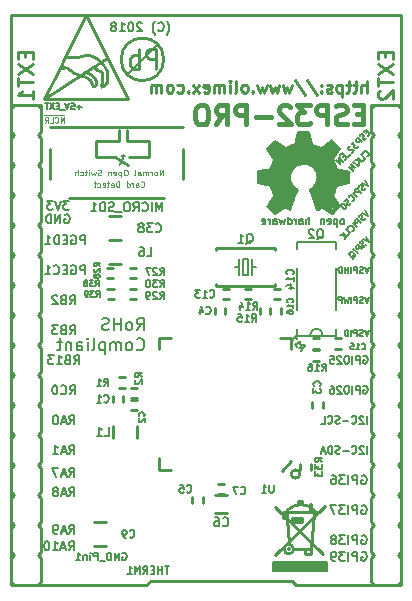
<source format=gbr>
G04 #@! TF.GenerationSoftware,KiCad,Pcbnew,no-vcs-found-bf44d39~61~ubuntu16.04.1*
G04 #@! TF.CreationDate,2018-01-10T12:05:20+02:00*
G04 #@! TF.ProjectId,ESP32-PRO_Rev_B,45535033322D50524F5F5265765F422E,C*
G04 #@! TF.SameCoordinates,Original*
G04 #@! TF.FileFunction,Legend,Bot*
G04 #@! TF.FilePolarity,Positive*
%FSLAX46Y46*%
G04 Gerber Fmt 4.6, Leading zero omitted, Abs format (unit mm)*
G04 Created by KiCad (PCBNEW no-vcs-found-bf44d39~61~ubuntu16.04.1) date Wed Jan 10 12:05:20 2018*
%MOMM*%
%LPD*%
G01*
G04 APERTURE LIST*
%ADD10C,0.114300*%
%ADD11C,0.127000*%
%ADD12C,0.190500*%
%ADD13C,0.158750*%
%ADD14C,0.254000*%
%ADD15C,0.381000*%
%ADD16C,0.150000*%
%ADD17C,0.200000*%
%ADD18C,0.420000*%
%ADD19C,0.370000*%
%ADD20C,0.400000*%
%ADD21C,0.380000*%
%ADD22C,1.000000*%
%ADD23C,0.203200*%
%ADD24C,0.125000*%
G04 APERTURE END LIST*
D10*
X131498217Y-69372226D02*
X131064000Y-69372226D01*
X131477657Y-70056828D02*
X131477657Y-69599628D01*
X131325257Y-69926200D01*
X131172857Y-69599628D01*
X131172857Y-70056828D01*
X131064000Y-69372226D02*
X130606800Y-69372226D01*
X130693885Y-70013285D02*
X130715657Y-70035057D01*
X130780971Y-70056828D01*
X130824514Y-70056828D01*
X130889828Y-70035057D01*
X130933371Y-69991514D01*
X130955142Y-69947971D01*
X130976914Y-69860885D01*
X130976914Y-69795571D01*
X130955142Y-69708485D01*
X130933371Y-69664942D01*
X130889828Y-69621400D01*
X130824514Y-69599628D01*
X130780971Y-69599628D01*
X130715657Y-69621400D01*
X130693885Y-69643171D01*
X130606800Y-69372226D02*
X130236685Y-69372226D01*
X130280228Y-70056828D02*
X130497942Y-70056828D01*
X130497942Y-69599628D01*
X130236685Y-69372226D02*
X129779485Y-69372226D01*
X129866571Y-70056828D02*
X130018971Y-69839114D01*
X130127828Y-70056828D02*
X130127828Y-69599628D01*
X129953657Y-69599628D01*
X129910114Y-69621400D01*
X129888342Y-69643171D01*
X129866571Y-69686714D01*
X129866571Y-69752028D01*
X129888342Y-69795571D01*
X129910114Y-69817342D01*
X129953657Y-69839114D01*
X130127828Y-69839114D01*
D11*
X132956904Y-68743285D02*
X132569857Y-68743285D01*
X132763380Y-68936809D02*
X132763380Y-68549761D01*
X132086047Y-68428809D02*
X132327952Y-68428809D01*
X132352142Y-68670714D01*
X132327952Y-68646523D01*
X132279571Y-68622333D01*
X132158619Y-68622333D01*
X132110238Y-68646523D01*
X132086047Y-68670714D01*
X132061857Y-68719095D01*
X132061857Y-68840047D01*
X132086047Y-68888428D01*
X132110238Y-68912619D01*
X132158619Y-68936809D01*
X132279571Y-68936809D01*
X132327952Y-68912619D01*
X132352142Y-68888428D01*
X131916714Y-68428809D02*
X131747380Y-68936809D01*
X131578047Y-68428809D01*
X131529666Y-68985190D02*
X131142619Y-68985190D01*
X131021666Y-68670714D02*
X130852333Y-68670714D01*
X130779761Y-68936809D02*
X131021666Y-68936809D01*
X131021666Y-68428809D01*
X130779761Y-68428809D01*
X130610428Y-68428809D02*
X130271761Y-68936809D01*
X130271761Y-68428809D02*
X130610428Y-68936809D01*
X130150809Y-68428809D02*
X129860523Y-68428809D01*
X130005666Y-68936809D02*
X130005666Y-68428809D01*
D12*
X131517571Y-77851000D02*
X131590142Y-77814714D01*
X131699000Y-77814714D01*
X131807857Y-77851000D01*
X131880428Y-77923571D01*
X131916714Y-77996142D01*
X131953000Y-78141285D01*
X131953000Y-78250142D01*
X131916714Y-78395285D01*
X131880428Y-78467857D01*
X131807857Y-78540428D01*
X131699000Y-78576714D01*
X131626428Y-78576714D01*
X131517571Y-78540428D01*
X131481285Y-78504142D01*
X131481285Y-78250142D01*
X131626428Y-78250142D01*
X131154714Y-78576714D02*
X131154714Y-77814714D01*
X130719285Y-78576714D01*
X130719285Y-77814714D01*
X130356428Y-78576714D02*
X130356428Y-77814714D01*
X130175000Y-77814714D01*
X130066142Y-77851000D01*
X129993571Y-77923571D01*
X129957285Y-77996142D01*
X129921000Y-78141285D01*
X129921000Y-78250142D01*
X129957285Y-78395285D01*
X129993571Y-78467857D01*
X130066142Y-78540428D01*
X130175000Y-78576714D01*
X130356428Y-78576714D01*
D11*
X157187577Y-70853106D02*
X157067841Y-70972843D01*
X157204683Y-71212316D02*
X157375735Y-71041264D01*
X157016525Y-70682053D01*
X156845472Y-70853106D01*
X157050735Y-71332053D02*
X157016525Y-71400474D01*
X156930999Y-71486000D01*
X156879683Y-71503105D01*
X156845472Y-71503105D01*
X156794157Y-71486000D01*
X156759946Y-71451790D01*
X156742841Y-71400474D01*
X156742841Y-71366263D01*
X156759946Y-71314948D01*
X156811262Y-71229421D01*
X156828367Y-71178106D01*
X156828367Y-71143895D01*
X156811262Y-71092579D01*
X156777051Y-71058369D01*
X156725736Y-71041264D01*
X156691525Y-71041264D01*
X156640209Y-71058369D01*
X156554683Y-71143895D01*
X156520473Y-71212316D01*
X156708630Y-71708368D02*
X156349420Y-71349158D01*
X156212578Y-71486000D01*
X156195473Y-71537316D01*
X156195473Y-71571526D01*
X156212578Y-71622842D01*
X156263894Y-71674158D01*
X156315210Y-71691263D01*
X156349420Y-71691263D01*
X156400736Y-71674158D01*
X156537578Y-71537316D01*
X156024420Y-71674158D02*
X155802052Y-71896526D01*
X156058631Y-71913631D01*
X156007315Y-71964947D01*
X155990210Y-72016263D01*
X155990210Y-72050473D01*
X156007315Y-72101789D01*
X156092841Y-72187315D01*
X156144157Y-72204420D01*
X156178368Y-72204420D01*
X156229683Y-72187315D01*
X156332315Y-72084684D01*
X156349420Y-72033368D01*
X156349420Y-71999158D01*
X155699421Y-72067579D02*
X155665210Y-72067579D01*
X155613895Y-72084684D01*
X155528368Y-72170210D01*
X155511263Y-72221526D01*
X155511263Y-72255736D01*
X155528368Y-72307052D01*
X155562579Y-72341262D01*
X155631000Y-72375473D01*
X156041526Y-72375473D01*
X155819158Y-72597841D01*
X155784947Y-72700473D02*
X155511263Y-72974157D01*
X155203369Y-72837315D02*
X155083632Y-72957051D01*
X155220474Y-73196525D02*
X155391526Y-73025472D01*
X155032316Y-72666262D01*
X154861264Y-72837315D01*
X155066527Y-73350472D02*
X154707316Y-72991262D01*
X154861264Y-73555735D01*
X154502053Y-73196525D01*
X157079788Y-72919789D02*
X157113999Y-72919789D01*
X157182420Y-72885579D01*
X157216630Y-72851368D01*
X157250841Y-72782947D01*
X157250841Y-72714526D01*
X157233736Y-72663211D01*
X157182420Y-72577684D01*
X157131104Y-72526369D01*
X157045578Y-72475053D01*
X156994262Y-72457948D01*
X156925841Y-72457948D01*
X156857420Y-72492158D01*
X156823210Y-72526369D01*
X156788999Y-72594790D01*
X156788999Y-72629000D01*
X156788999Y-73279000D02*
X156960052Y-73107947D01*
X156600841Y-72748737D01*
X156669262Y-73398736D02*
X156310052Y-73039526D01*
X156464000Y-73603999D02*
X156412684Y-73244789D01*
X156104789Y-73244789D02*
X156515315Y-73244789D01*
X156310052Y-73757946D02*
X155950842Y-73398736D01*
X156139000Y-73928999D02*
X155779790Y-73569789D01*
X155933737Y-74134262D01*
X155574527Y-73775052D01*
X156963920Y-74925658D02*
X157203393Y-75404605D01*
X156724446Y-75165132D01*
X156963920Y-75609868D02*
X156929709Y-75678289D01*
X156844183Y-75763816D01*
X156792867Y-75780921D01*
X156758657Y-75780921D01*
X156707341Y-75763816D01*
X156673131Y-75729605D01*
X156656025Y-75678289D01*
X156656025Y-75644079D01*
X156673131Y-75592763D01*
X156724446Y-75507237D01*
X156741552Y-75455921D01*
X156741552Y-75421711D01*
X156724446Y-75370395D01*
X156690236Y-75336184D01*
X156638920Y-75319079D01*
X156604710Y-75319079D01*
X156553394Y-75336184D01*
X156467868Y-75421711D01*
X156433657Y-75490132D01*
X156621815Y-75986184D02*
X156262605Y-75626974D01*
X156125763Y-75763816D01*
X156108657Y-75815131D01*
X156108657Y-75849342D01*
X156125763Y-75900658D01*
X156177078Y-75951973D01*
X156228394Y-75969079D01*
X156262605Y-75969079D01*
X156313920Y-75951973D01*
X156450762Y-75815131D01*
X156262605Y-76345394D02*
X155903394Y-75986184D01*
X155852079Y-76687499D02*
X155886289Y-76687499D01*
X155954710Y-76653289D01*
X155988921Y-76619078D01*
X156023131Y-76550657D01*
X156023131Y-76482236D01*
X156006026Y-76430920D01*
X155954710Y-76345394D01*
X155903394Y-76294078D01*
X155817868Y-76242763D01*
X155766552Y-76225657D01*
X155698131Y-76225657D01*
X155629710Y-76259868D01*
X155595500Y-76294078D01*
X155561289Y-76362499D01*
X155561289Y-76396710D01*
X155732342Y-76841446D02*
X155698131Y-76909867D01*
X155612605Y-76995394D01*
X155561289Y-77012499D01*
X155527079Y-77012499D01*
X155475763Y-76995394D01*
X155441553Y-76961183D01*
X155424447Y-76909867D01*
X155424447Y-76875657D01*
X155441553Y-76824341D01*
X155492868Y-76738815D01*
X155509974Y-76687499D01*
X155509974Y-76653289D01*
X155492868Y-76601973D01*
X155458658Y-76567762D01*
X155407342Y-76550657D01*
X155373132Y-76550657D01*
X155321816Y-76567762D01*
X155236290Y-76653289D01*
X155202079Y-76721710D01*
X154962606Y-76926973D02*
X154928395Y-76961183D01*
X154911290Y-77012499D01*
X154911290Y-77046709D01*
X154928395Y-77098025D01*
X154979711Y-77183551D01*
X155065237Y-77269078D01*
X155150763Y-77320393D01*
X155202079Y-77337499D01*
X155236290Y-77337499D01*
X155287605Y-77320393D01*
X155321816Y-77286183D01*
X155338921Y-77234867D01*
X155338921Y-77200657D01*
X155321816Y-77149341D01*
X155270500Y-77063815D01*
X155184974Y-76978288D01*
X155099448Y-76926973D01*
X155048132Y-76909867D01*
X155013921Y-76909867D01*
X154962606Y-76926973D01*
X156946815Y-77482764D02*
X157186288Y-77961711D01*
X156707341Y-77722237D01*
X156946815Y-78166974D02*
X156912604Y-78235395D01*
X156827078Y-78320921D01*
X156775762Y-78338026D01*
X156741552Y-78338026D01*
X156690236Y-78320921D01*
X156656025Y-78286710D01*
X156638920Y-78235395D01*
X156638920Y-78201184D01*
X156656025Y-78149868D01*
X156707341Y-78064342D01*
X156724446Y-78013026D01*
X156724446Y-77978816D01*
X156707341Y-77927500D01*
X156673131Y-77893290D01*
X156621815Y-77876184D01*
X156587604Y-77876184D01*
X156536289Y-77893290D01*
X156450762Y-77978816D01*
X156416552Y-78047237D01*
X156604710Y-78543289D02*
X156245499Y-78184079D01*
X156108657Y-78320921D01*
X156091552Y-78372237D01*
X156091552Y-78406447D01*
X156108657Y-78457763D01*
X156159973Y-78509079D01*
X156211289Y-78526184D01*
X156245499Y-78526184D01*
X156296815Y-78509079D01*
X156433657Y-78372237D01*
X156245499Y-78902499D02*
X155886289Y-78543289D01*
X155834973Y-79244604D02*
X155869184Y-79244604D01*
X155937605Y-79210394D01*
X155971815Y-79176183D01*
X156006026Y-79107762D01*
X156006026Y-79039341D01*
X155988921Y-78988026D01*
X155937605Y-78902499D01*
X155886289Y-78851184D01*
X155800763Y-78799868D01*
X155749447Y-78782763D01*
X155681026Y-78782763D01*
X155612605Y-78816973D01*
X155578395Y-78851184D01*
X155544184Y-78919605D01*
X155544184Y-78953815D01*
X155544184Y-79603815D02*
X155715237Y-79432762D01*
X155356026Y-79073552D01*
X155424447Y-79723551D02*
X155065237Y-79364341D01*
X155219184Y-79928814D02*
X155167869Y-79569604D01*
X154859974Y-79569604D02*
X155270500Y-79569604D01*
X157011367Y-79704211D02*
X157250841Y-80183158D01*
X156771894Y-79943684D01*
X157011367Y-80388421D02*
X156977157Y-80456842D01*
X156891631Y-80542368D01*
X156840315Y-80559473D01*
X156806104Y-80559473D01*
X156754789Y-80542368D01*
X156720578Y-80508158D01*
X156703473Y-80456842D01*
X156703473Y-80422631D01*
X156720578Y-80371316D01*
X156771894Y-80285789D01*
X156788999Y-80234474D01*
X156788999Y-80200263D01*
X156771894Y-80148947D01*
X156737683Y-80114737D01*
X156686368Y-80097632D01*
X156652157Y-80097632D01*
X156600841Y-80114737D01*
X156515315Y-80200263D01*
X156481105Y-80268684D01*
X156669262Y-80764736D02*
X156310052Y-80405526D01*
X156173210Y-80542368D01*
X156156105Y-80593684D01*
X156156105Y-80627894D01*
X156173210Y-80679210D01*
X156224526Y-80730526D01*
X156275842Y-80747631D01*
X156310052Y-80747631D01*
X156361368Y-80730526D01*
X156498210Y-80593684D01*
X156310052Y-81123946D02*
X155950842Y-80764736D01*
X155933737Y-81568683D02*
X155950842Y-81517367D01*
X155950842Y-81448946D01*
X155950842Y-81346315D01*
X155967947Y-81294999D01*
X156002158Y-81260788D01*
X156070579Y-81363420D02*
X156087684Y-81312104D01*
X156087684Y-81243683D01*
X156036368Y-81158157D01*
X155916632Y-81038420D01*
X155831105Y-80987104D01*
X155762684Y-80987104D01*
X155711369Y-81004210D01*
X155642948Y-81072631D01*
X155625842Y-81123946D01*
X155625842Y-81192367D01*
X155677158Y-81277894D01*
X155796895Y-81397630D01*
X155882421Y-81448946D01*
X155950842Y-81448946D01*
X156002158Y-81431841D01*
X156070579Y-81363420D01*
X157262285Y-82271809D02*
X157092952Y-82779809D01*
X156923619Y-82271809D01*
X156778476Y-82755619D02*
X156705904Y-82779809D01*
X156584952Y-82779809D01*
X156536571Y-82755619D01*
X156512380Y-82731428D01*
X156488190Y-82683047D01*
X156488190Y-82634666D01*
X156512380Y-82586285D01*
X156536571Y-82562095D01*
X156584952Y-82537904D01*
X156681714Y-82513714D01*
X156730095Y-82489523D01*
X156754285Y-82465333D01*
X156778476Y-82416952D01*
X156778476Y-82368571D01*
X156754285Y-82320190D01*
X156730095Y-82296000D01*
X156681714Y-82271809D01*
X156560761Y-82271809D01*
X156488190Y-82296000D01*
X156270476Y-82779809D02*
X156270476Y-82271809D01*
X156076952Y-82271809D01*
X156028571Y-82296000D01*
X156004380Y-82320190D01*
X155980190Y-82368571D01*
X155980190Y-82441142D01*
X156004380Y-82489523D01*
X156028571Y-82513714D01*
X156076952Y-82537904D01*
X156270476Y-82537904D01*
X155762476Y-82779809D02*
X155762476Y-82271809D01*
X155520571Y-82779809D02*
X155520571Y-82271809D01*
X155520571Y-82513714D02*
X155230285Y-82513714D01*
X155230285Y-82779809D02*
X155230285Y-82271809D01*
X154988380Y-82779809D02*
X154988380Y-82271809D01*
X154867428Y-82271809D01*
X154794857Y-82296000D01*
X154746476Y-82344380D01*
X154722285Y-82392761D01*
X154698095Y-82489523D01*
X154698095Y-82562095D01*
X154722285Y-82658857D01*
X154746476Y-82707238D01*
X154794857Y-82755619D01*
X154867428Y-82779809D01*
X154988380Y-82779809D01*
X157286476Y-84811809D02*
X157117142Y-85319809D01*
X156947809Y-84811809D01*
X156802666Y-85295619D02*
X156730095Y-85319809D01*
X156609142Y-85319809D01*
X156560761Y-85295619D01*
X156536571Y-85271428D01*
X156512380Y-85223047D01*
X156512380Y-85174666D01*
X156536571Y-85126285D01*
X156560761Y-85102095D01*
X156609142Y-85077904D01*
X156705904Y-85053714D01*
X156754285Y-85029523D01*
X156778476Y-85005333D01*
X156802666Y-84956952D01*
X156802666Y-84908571D01*
X156778476Y-84860190D01*
X156754285Y-84836000D01*
X156705904Y-84811809D01*
X156584952Y-84811809D01*
X156512380Y-84836000D01*
X156294666Y-85319809D02*
X156294666Y-84811809D01*
X156101142Y-84811809D01*
X156052761Y-84836000D01*
X156028571Y-84860190D01*
X156004380Y-84908571D01*
X156004380Y-84981142D01*
X156028571Y-85029523D01*
X156052761Y-85053714D01*
X156101142Y-85077904D01*
X156294666Y-85077904D01*
X155786666Y-85319809D02*
X155786666Y-84811809D01*
X155593142Y-84811809D02*
X155472190Y-85319809D01*
X155375428Y-84956952D01*
X155278666Y-85319809D01*
X155157714Y-84811809D01*
X154964190Y-85319809D02*
X154964190Y-84811809D01*
X154770666Y-84811809D01*
X154722285Y-84836000D01*
X154698095Y-84860190D01*
X154673904Y-84908571D01*
X154673904Y-84981142D01*
X154698095Y-85029523D01*
X154722285Y-85053714D01*
X154770666Y-85077904D01*
X154964190Y-85077904D01*
X157250190Y-87605809D02*
X157080857Y-88113809D01*
X156911523Y-87605809D01*
X156766380Y-88089619D02*
X156693809Y-88113809D01*
X156572857Y-88113809D01*
X156524476Y-88089619D01*
X156500285Y-88065428D01*
X156476095Y-88017047D01*
X156476095Y-87968666D01*
X156500285Y-87920285D01*
X156524476Y-87896095D01*
X156572857Y-87871904D01*
X156669619Y-87847714D01*
X156718000Y-87823523D01*
X156742190Y-87799333D01*
X156766380Y-87750952D01*
X156766380Y-87702571D01*
X156742190Y-87654190D01*
X156718000Y-87630000D01*
X156669619Y-87605809D01*
X156548666Y-87605809D01*
X156476095Y-87630000D01*
X156258380Y-88113809D02*
X156258380Y-87605809D01*
X156064857Y-87605809D01*
X156016476Y-87630000D01*
X155992285Y-87654190D01*
X155968095Y-87702571D01*
X155968095Y-87775142D01*
X155992285Y-87823523D01*
X156016476Y-87847714D01*
X156064857Y-87871904D01*
X156258380Y-87871904D01*
X155750380Y-88113809D02*
X155750380Y-87605809D01*
X155508476Y-88113809D02*
X155508476Y-87605809D01*
X155387523Y-87605809D01*
X155314952Y-87630000D01*
X155266571Y-87678380D01*
X155242380Y-87726761D01*
X155218190Y-87823523D01*
X155218190Y-87896095D01*
X155242380Y-87992857D01*
X155266571Y-88041238D01*
X155314952Y-88089619D01*
X155387523Y-88113809D01*
X155508476Y-88113809D01*
D13*
X156814761Y-89852500D02*
X156875238Y-89822261D01*
X156965952Y-89822261D01*
X157056666Y-89852500D01*
X157117142Y-89912976D01*
X157147380Y-89973452D01*
X157177619Y-90094404D01*
X157177619Y-90185119D01*
X157147380Y-90306071D01*
X157117142Y-90366547D01*
X157056666Y-90427023D01*
X156965952Y-90457261D01*
X156905476Y-90457261D01*
X156814761Y-90427023D01*
X156784523Y-90396785D01*
X156784523Y-90185119D01*
X156905476Y-90185119D01*
X156512380Y-90457261D02*
X156512380Y-89822261D01*
X156270476Y-89822261D01*
X156210000Y-89852500D01*
X156179761Y-89882738D01*
X156149523Y-89943214D01*
X156149523Y-90033928D01*
X156179761Y-90094404D01*
X156210000Y-90124642D01*
X156270476Y-90154880D01*
X156512380Y-90154880D01*
X155877380Y-90457261D02*
X155877380Y-89822261D01*
X155454047Y-89822261D02*
X155333095Y-89822261D01*
X155272619Y-89852500D01*
X155212142Y-89912976D01*
X155181904Y-90033928D01*
X155181904Y-90245595D01*
X155212142Y-90366547D01*
X155272619Y-90427023D01*
X155333095Y-90457261D01*
X155454047Y-90457261D01*
X155514523Y-90427023D01*
X155575000Y-90366547D01*
X155605238Y-90245595D01*
X155605238Y-90033928D01*
X155575000Y-89912976D01*
X155514523Y-89852500D01*
X155454047Y-89822261D01*
X154940000Y-89882738D02*
X154909761Y-89852500D01*
X154849285Y-89822261D01*
X154698095Y-89822261D01*
X154637619Y-89852500D01*
X154607380Y-89882738D01*
X154577142Y-89943214D01*
X154577142Y-90003690D01*
X154607380Y-90094404D01*
X154970238Y-90457261D01*
X154577142Y-90457261D01*
X154002619Y-89822261D02*
X154305000Y-89822261D01*
X154335238Y-90124642D01*
X154305000Y-90094404D01*
X154244523Y-90064166D01*
X154093333Y-90064166D01*
X154032857Y-90094404D01*
X154002619Y-90124642D01*
X153972380Y-90185119D01*
X153972380Y-90336309D01*
X154002619Y-90396785D01*
X154032857Y-90427023D01*
X154093333Y-90457261D01*
X154244523Y-90457261D01*
X154305000Y-90427023D01*
X154335238Y-90396785D01*
X156814761Y-92392500D02*
X156875238Y-92362261D01*
X156965952Y-92362261D01*
X157056666Y-92392500D01*
X157117142Y-92452976D01*
X157147380Y-92513452D01*
X157177619Y-92634404D01*
X157177619Y-92725119D01*
X157147380Y-92846071D01*
X157117142Y-92906547D01*
X157056666Y-92967023D01*
X156965952Y-92997261D01*
X156905476Y-92997261D01*
X156814761Y-92967023D01*
X156784523Y-92936785D01*
X156784523Y-92725119D01*
X156905476Y-92725119D01*
X156512380Y-92997261D02*
X156512380Y-92362261D01*
X156270476Y-92362261D01*
X156210000Y-92392500D01*
X156179761Y-92422738D01*
X156149523Y-92483214D01*
X156149523Y-92573928D01*
X156179761Y-92634404D01*
X156210000Y-92664642D01*
X156270476Y-92694880D01*
X156512380Y-92694880D01*
X155877380Y-92997261D02*
X155877380Y-92362261D01*
X155454047Y-92362261D02*
X155333095Y-92362261D01*
X155272619Y-92392500D01*
X155212142Y-92452976D01*
X155181904Y-92573928D01*
X155181904Y-92785595D01*
X155212142Y-92906547D01*
X155272619Y-92967023D01*
X155333095Y-92997261D01*
X155454047Y-92997261D01*
X155514523Y-92967023D01*
X155575000Y-92906547D01*
X155605238Y-92785595D01*
X155605238Y-92573928D01*
X155575000Y-92452976D01*
X155514523Y-92392500D01*
X155454047Y-92362261D01*
X154940000Y-92422738D02*
X154909761Y-92392500D01*
X154849285Y-92362261D01*
X154698095Y-92362261D01*
X154637619Y-92392500D01*
X154607380Y-92422738D01*
X154577142Y-92483214D01*
X154577142Y-92543690D01*
X154607380Y-92634404D01*
X154970238Y-92997261D01*
X154577142Y-92997261D01*
X154032857Y-92362261D02*
X154153809Y-92362261D01*
X154214285Y-92392500D01*
X154244523Y-92422738D01*
X154305000Y-92513452D01*
X154335238Y-92634404D01*
X154335238Y-92876309D01*
X154305000Y-92936785D01*
X154274761Y-92967023D01*
X154214285Y-92997261D01*
X154093333Y-92997261D01*
X154032857Y-92967023D01*
X154002619Y-92936785D01*
X153972380Y-92876309D01*
X153972380Y-92725119D01*
X154002619Y-92664642D01*
X154032857Y-92634404D01*
X154093333Y-92604166D01*
X154214285Y-92604166D01*
X154274761Y-92634404D01*
X154305000Y-92664642D01*
X154335238Y-92725119D01*
X157083880Y-95537261D02*
X157083880Y-94902261D01*
X156811738Y-94962738D02*
X156781500Y-94932500D01*
X156721023Y-94902261D01*
X156569833Y-94902261D01*
X156509357Y-94932500D01*
X156479119Y-94962738D01*
X156448880Y-95023214D01*
X156448880Y-95083690D01*
X156479119Y-95174404D01*
X156841976Y-95537261D01*
X156448880Y-95537261D01*
X155813880Y-95476785D02*
X155844119Y-95507023D01*
X155934833Y-95537261D01*
X155995309Y-95537261D01*
X156086023Y-95507023D01*
X156146500Y-95446547D01*
X156176738Y-95386071D01*
X156206976Y-95265119D01*
X156206976Y-95174404D01*
X156176738Y-95053452D01*
X156146500Y-94992976D01*
X156086023Y-94932500D01*
X155995309Y-94902261D01*
X155934833Y-94902261D01*
X155844119Y-94932500D01*
X155813880Y-94962738D01*
X155541738Y-95295357D02*
X155057928Y-95295357D01*
X154785785Y-95507023D02*
X154695071Y-95537261D01*
X154543880Y-95537261D01*
X154483404Y-95507023D01*
X154453166Y-95476785D01*
X154422928Y-95416309D01*
X154422928Y-95355833D01*
X154453166Y-95295357D01*
X154483404Y-95265119D01*
X154543880Y-95234880D01*
X154664833Y-95204642D01*
X154725309Y-95174404D01*
X154755547Y-95144166D01*
X154785785Y-95083690D01*
X154785785Y-95023214D01*
X154755547Y-94962738D01*
X154725309Y-94932500D01*
X154664833Y-94902261D01*
X154513642Y-94902261D01*
X154422928Y-94932500D01*
X153787928Y-95476785D02*
X153818166Y-95507023D01*
X153908880Y-95537261D01*
X153969357Y-95537261D01*
X154060071Y-95507023D01*
X154120547Y-95446547D01*
X154150785Y-95386071D01*
X154181023Y-95265119D01*
X154181023Y-95174404D01*
X154150785Y-95053452D01*
X154120547Y-94992976D01*
X154060071Y-94932500D01*
X153969357Y-94902261D01*
X153908880Y-94902261D01*
X153818166Y-94932500D01*
X153787928Y-94962738D01*
X153213404Y-95537261D02*
X153515785Y-95537261D01*
X153515785Y-94902261D01*
X157099000Y-98077261D02*
X157099000Y-97442261D01*
X156826857Y-97502738D02*
X156796619Y-97472500D01*
X156736142Y-97442261D01*
X156584952Y-97442261D01*
X156524476Y-97472500D01*
X156494238Y-97502738D01*
X156464000Y-97563214D01*
X156464000Y-97623690D01*
X156494238Y-97714404D01*
X156857095Y-98077261D01*
X156464000Y-98077261D01*
X155829000Y-98016785D02*
X155859238Y-98047023D01*
X155949952Y-98077261D01*
X156010428Y-98077261D01*
X156101142Y-98047023D01*
X156161619Y-97986547D01*
X156191857Y-97926071D01*
X156222095Y-97805119D01*
X156222095Y-97714404D01*
X156191857Y-97593452D01*
X156161619Y-97532976D01*
X156101142Y-97472500D01*
X156010428Y-97442261D01*
X155949952Y-97442261D01*
X155859238Y-97472500D01*
X155829000Y-97502738D01*
X155556857Y-97835357D02*
X155073047Y-97835357D01*
X154800904Y-98047023D02*
X154710190Y-98077261D01*
X154559000Y-98077261D01*
X154498523Y-98047023D01*
X154468285Y-98016785D01*
X154438047Y-97956309D01*
X154438047Y-97895833D01*
X154468285Y-97835357D01*
X154498523Y-97805119D01*
X154559000Y-97774880D01*
X154679952Y-97744642D01*
X154740428Y-97714404D01*
X154770666Y-97684166D01*
X154800904Y-97623690D01*
X154800904Y-97563214D01*
X154770666Y-97502738D01*
X154740428Y-97472500D01*
X154679952Y-97442261D01*
X154528761Y-97442261D01*
X154438047Y-97472500D01*
X154165904Y-98077261D02*
X154165904Y-97442261D01*
X154014714Y-97442261D01*
X153924000Y-97472500D01*
X153863523Y-97532976D01*
X153833285Y-97593452D01*
X153803047Y-97714404D01*
X153803047Y-97805119D01*
X153833285Y-97926071D01*
X153863523Y-97986547D01*
X153924000Y-98047023D01*
X154014714Y-98077261D01*
X154165904Y-98077261D01*
X153561142Y-97895833D02*
X153258761Y-97895833D01*
X153621619Y-98077261D02*
X153409952Y-97442261D01*
X153198285Y-98077261D01*
D12*
X156663571Y-99949000D02*
X156736142Y-99912714D01*
X156845000Y-99912714D01*
X156953857Y-99949000D01*
X157026428Y-100021571D01*
X157062714Y-100094142D01*
X157099000Y-100239285D01*
X157099000Y-100348142D01*
X157062714Y-100493285D01*
X157026428Y-100565857D01*
X156953857Y-100638428D01*
X156845000Y-100674714D01*
X156772428Y-100674714D01*
X156663571Y-100638428D01*
X156627285Y-100602142D01*
X156627285Y-100348142D01*
X156772428Y-100348142D01*
X156300714Y-100674714D02*
X156300714Y-99912714D01*
X156010428Y-99912714D01*
X155937857Y-99949000D01*
X155901571Y-99985285D01*
X155865285Y-100057857D01*
X155865285Y-100166714D01*
X155901571Y-100239285D01*
X155937857Y-100275571D01*
X156010428Y-100311857D01*
X156300714Y-100311857D01*
X155538714Y-100674714D02*
X155538714Y-99912714D01*
X155248428Y-99912714D02*
X154776714Y-99912714D01*
X155030714Y-100203000D01*
X154921857Y-100203000D01*
X154849285Y-100239285D01*
X154813000Y-100275571D01*
X154776714Y-100348142D01*
X154776714Y-100529571D01*
X154813000Y-100602142D01*
X154849285Y-100638428D01*
X154921857Y-100674714D01*
X155139571Y-100674714D01*
X155212142Y-100638428D01*
X155248428Y-100602142D01*
X154123571Y-99912714D02*
X154268714Y-99912714D01*
X154341285Y-99949000D01*
X154377571Y-99985285D01*
X154450142Y-100094142D01*
X154486428Y-100239285D01*
X154486428Y-100529571D01*
X154450142Y-100602142D01*
X154413857Y-100638428D01*
X154341285Y-100674714D01*
X154196142Y-100674714D01*
X154123571Y-100638428D01*
X154087285Y-100602142D01*
X154051000Y-100529571D01*
X154051000Y-100348142D01*
X154087285Y-100275571D01*
X154123571Y-100239285D01*
X154196142Y-100203000D01*
X154341285Y-100203000D01*
X154413857Y-100239285D01*
X154450142Y-100275571D01*
X154486428Y-100348142D01*
X156663571Y-102489000D02*
X156736142Y-102452714D01*
X156845000Y-102452714D01*
X156953857Y-102489000D01*
X157026428Y-102561571D01*
X157062714Y-102634142D01*
X157099000Y-102779285D01*
X157099000Y-102888142D01*
X157062714Y-103033285D01*
X157026428Y-103105857D01*
X156953857Y-103178428D01*
X156845000Y-103214714D01*
X156772428Y-103214714D01*
X156663571Y-103178428D01*
X156627285Y-103142142D01*
X156627285Y-102888142D01*
X156772428Y-102888142D01*
X156300714Y-103214714D02*
X156300714Y-102452714D01*
X156010428Y-102452714D01*
X155937857Y-102489000D01*
X155901571Y-102525285D01*
X155865285Y-102597857D01*
X155865285Y-102706714D01*
X155901571Y-102779285D01*
X155937857Y-102815571D01*
X156010428Y-102851857D01*
X156300714Y-102851857D01*
X155538714Y-103214714D02*
X155538714Y-102452714D01*
X155248428Y-102452714D02*
X154776714Y-102452714D01*
X155030714Y-102743000D01*
X154921857Y-102743000D01*
X154849285Y-102779285D01*
X154813000Y-102815571D01*
X154776714Y-102888142D01*
X154776714Y-103069571D01*
X154813000Y-103142142D01*
X154849285Y-103178428D01*
X154921857Y-103214714D01*
X155139571Y-103214714D01*
X155212142Y-103178428D01*
X155248428Y-103142142D01*
X154522714Y-102452714D02*
X154014714Y-102452714D01*
X154341285Y-103214714D01*
X156663571Y-105029000D02*
X156736142Y-104992714D01*
X156845000Y-104992714D01*
X156953857Y-105029000D01*
X157026428Y-105101571D01*
X157062714Y-105174142D01*
X157099000Y-105319285D01*
X157099000Y-105428142D01*
X157062714Y-105573285D01*
X157026428Y-105645857D01*
X156953857Y-105718428D01*
X156845000Y-105754714D01*
X156772428Y-105754714D01*
X156663571Y-105718428D01*
X156627285Y-105682142D01*
X156627285Y-105428142D01*
X156772428Y-105428142D01*
X156300714Y-105754714D02*
X156300714Y-104992714D01*
X156010428Y-104992714D01*
X155937857Y-105029000D01*
X155901571Y-105065285D01*
X155865285Y-105137857D01*
X155865285Y-105246714D01*
X155901571Y-105319285D01*
X155937857Y-105355571D01*
X156010428Y-105391857D01*
X156300714Y-105391857D01*
X155538714Y-105754714D02*
X155538714Y-104992714D01*
X155248428Y-104992714D02*
X154776714Y-104992714D01*
X155030714Y-105283000D01*
X154921857Y-105283000D01*
X154849285Y-105319285D01*
X154813000Y-105355571D01*
X154776714Y-105428142D01*
X154776714Y-105609571D01*
X154813000Y-105682142D01*
X154849285Y-105718428D01*
X154921857Y-105754714D01*
X155139571Y-105754714D01*
X155212142Y-105718428D01*
X155248428Y-105682142D01*
X154341285Y-105319285D02*
X154413857Y-105283000D01*
X154450142Y-105246714D01*
X154486428Y-105174142D01*
X154486428Y-105137857D01*
X154450142Y-105065285D01*
X154413857Y-105029000D01*
X154341285Y-104992714D01*
X154196142Y-104992714D01*
X154123571Y-105029000D01*
X154087285Y-105065285D01*
X154051000Y-105137857D01*
X154051000Y-105174142D01*
X154087285Y-105246714D01*
X154123571Y-105283000D01*
X154196142Y-105319285D01*
X154341285Y-105319285D01*
X154413857Y-105355571D01*
X154450142Y-105391857D01*
X154486428Y-105464428D01*
X154486428Y-105609571D01*
X154450142Y-105682142D01*
X154413857Y-105718428D01*
X154341285Y-105754714D01*
X154196142Y-105754714D01*
X154123571Y-105718428D01*
X154087285Y-105682142D01*
X154051000Y-105609571D01*
X154051000Y-105464428D01*
X154087285Y-105391857D01*
X154123571Y-105355571D01*
X154196142Y-105319285D01*
X156663571Y-106426000D02*
X156736142Y-106389714D01*
X156845000Y-106389714D01*
X156953857Y-106426000D01*
X157026428Y-106498571D01*
X157062714Y-106571142D01*
X157099000Y-106716285D01*
X157099000Y-106825142D01*
X157062714Y-106970285D01*
X157026428Y-107042857D01*
X156953857Y-107115428D01*
X156845000Y-107151714D01*
X156772428Y-107151714D01*
X156663571Y-107115428D01*
X156627285Y-107079142D01*
X156627285Y-106825142D01*
X156772428Y-106825142D01*
X156300714Y-107151714D02*
X156300714Y-106389714D01*
X156010428Y-106389714D01*
X155937857Y-106426000D01*
X155901571Y-106462285D01*
X155865285Y-106534857D01*
X155865285Y-106643714D01*
X155901571Y-106716285D01*
X155937857Y-106752571D01*
X156010428Y-106788857D01*
X156300714Y-106788857D01*
X155538714Y-107151714D02*
X155538714Y-106389714D01*
X155248428Y-106389714D02*
X154776714Y-106389714D01*
X155030714Y-106680000D01*
X154921857Y-106680000D01*
X154849285Y-106716285D01*
X154813000Y-106752571D01*
X154776714Y-106825142D01*
X154776714Y-107006571D01*
X154813000Y-107079142D01*
X154849285Y-107115428D01*
X154921857Y-107151714D01*
X155139571Y-107151714D01*
X155212142Y-107115428D01*
X155248428Y-107079142D01*
X154413857Y-107151714D02*
X154268714Y-107151714D01*
X154196142Y-107115428D01*
X154159857Y-107079142D01*
X154087285Y-106970285D01*
X154051000Y-106825142D01*
X154051000Y-106534857D01*
X154087285Y-106462285D01*
X154123571Y-106426000D01*
X154196142Y-106389714D01*
X154341285Y-106389714D01*
X154413857Y-106426000D01*
X154450142Y-106462285D01*
X154486428Y-106534857D01*
X154486428Y-106716285D01*
X154450142Y-106788857D01*
X154413857Y-106825142D01*
X154341285Y-106861428D01*
X154196142Y-106861428D01*
X154123571Y-106825142D01*
X154087285Y-106788857D01*
X154051000Y-106716285D01*
X131880428Y-106262714D02*
X132134428Y-105899857D01*
X132315857Y-106262714D02*
X132315857Y-105500714D01*
X132025571Y-105500714D01*
X131953000Y-105537000D01*
X131916714Y-105573285D01*
X131880428Y-105645857D01*
X131880428Y-105754714D01*
X131916714Y-105827285D01*
X131953000Y-105863571D01*
X132025571Y-105899857D01*
X132315857Y-105899857D01*
X131590142Y-106045000D02*
X131227285Y-106045000D01*
X131662714Y-106262714D02*
X131408714Y-105500714D01*
X131154714Y-106262714D01*
X130501571Y-106262714D02*
X130937000Y-106262714D01*
X130719285Y-106262714D02*
X130719285Y-105500714D01*
X130791857Y-105609571D01*
X130864428Y-105682142D01*
X130937000Y-105718428D01*
X130029857Y-105500714D02*
X129957285Y-105500714D01*
X129884714Y-105537000D01*
X129848428Y-105573285D01*
X129812142Y-105645857D01*
X129775857Y-105791000D01*
X129775857Y-105972428D01*
X129812142Y-106117571D01*
X129848428Y-106190142D01*
X129884714Y-106226428D01*
X129957285Y-106262714D01*
X130029857Y-106262714D01*
X130102428Y-106226428D01*
X130138714Y-106190142D01*
X130175000Y-106117571D01*
X130211285Y-105972428D01*
X130211285Y-105791000D01*
X130175000Y-105645857D01*
X130138714Y-105573285D01*
X130102428Y-105537000D01*
X130029857Y-105500714D01*
X131898571Y-104865714D02*
X132152571Y-104502857D01*
X132334000Y-104865714D02*
X132334000Y-104103714D01*
X132043714Y-104103714D01*
X131971142Y-104140000D01*
X131934857Y-104176285D01*
X131898571Y-104248857D01*
X131898571Y-104357714D01*
X131934857Y-104430285D01*
X131971142Y-104466571D01*
X132043714Y-104502857D01*
X132334000Y-104502857D01*
X131608285Y-104648000D02*
X131245428Y-104648000D01*
X131680857Y-104865714D02*
X131426857Y-104103714D01*
X131172857Y-104865714D01*
X130882571Y-104865714D02*
X130737428Y-104865714D01*
X130664857Y-104829428D01*
X130628571Y-104793142D01*
X130556000Y-104684285D01*
X130519714Y-104539142D01*
X130519714Y-104248857D01*
X130556000Y-104176285D01*
X130592285Y-104140000D01*
X130664857Y-104103714D01*
X130810000Y-104103714D01*
X130882571Y-104140000D01*
X130918857Y-104176285D01*
X130955142Y-104248857D01*
X130955142Y-104430285D01*
X130918857Y-104502857D01*
X130882571Y-104539142D01*
X130810000Y-104575428D01*
X130664857Y-104575428D01*
X130592285Y-104539142D01*
X130556000Y-104502857D01*
X130519714Y-104430285D01*
X131898571Y-101690714D02*
X132152571Y-101327857D01*
X132334000Y-101690714D02*
X132334000Y-100928714D01*
X132043714Y-100928714D01*
X131971142Y-100965000D01*
X131934857Y-101001285D01*
X131898571Y-101073857D01*
X131898571Y-101182714D01*
X131934857Y-101255285D01*
X131971142Y-101291571D01*
X132043714Y-101327857D01*
X132334000Y-101327857D01*
X131608285Y-101473000D02*
X131245428Y-101473000D01*
X131680857Y-101690714D02*
X131426857Y-100928714D01*
X131172857Y-101690714D01*
X130810000Y-101255285D02*
X130882571Y-101219000D01*
X130918857Y-101182714D01*
X130955142Y-101110142D01*
X130955142Y-101073857D01*
X130918857Y-101001285D01*
X130882571Y-100965000D01*
X130810000Y-100928714D01*
X130664857Y-100928714D01*
X130592285Y-100965000D01*
X130556000Y-101001285D01*
X130519714Y-101073857D01*
X130519714Y-101110142D01*
X130556000Y-101182714D01*
X130592285Y-101219000D01*
X130664857Y-101255285D01*
X130810000Y-101255285D01*
X130882571Y-101291571D01*
X130918857Y-101327857D01*
X130955142Y-101400428D01*
X130955142Y-101545571D01*
X130918857Y-101618142D01*
X130882571Y-101654428D01*
X130810000Y-101690714D01*
X130664857Y-101690714D01*
X130592285Y-101654428D01*
X130556000Y-101618142D01*
X130519714Y-101545571D01*
X130519714Y-101400428D01*
X130556000Y-101327857D01*
X130592285Y-101291571D01*
X130664857Y-101255285D01*
X131898571Y-100039714D02*
X132152571Y-99676857D01*
X132334000Y-100039714D02*
X132334000Y-99277714D01*
X132043714Y-99277714D01*
X131971142Y-99314000D01*
X131934857Y-99350285D01*
X131898571Y-99422857D01*
X131898571Y-99531714D01*
X131934857Y-99604285D01*
X131971142Y-99640571D01*
X132043714Y-99676857D01*
X132334000Y-99676857D01*
X131608285Y-99822000D02*
X131245428Y-99822000D01*
X131680857Y-100039714D02*
X131426857Y-99277714D01*
X131172857Y-100039714D01*
X130991428Y-99277714D02*
X130483428Y-99277714D01*
X130810000Y-100039714D01*
X131898571Y-98134714D02*
X132152571Y-97771857D01*
X132334000Y-98134714D02*
X132334000Y-97372714D01*
X132043714Y-97372714D01*
X131971142Y-97409000D01*
X131934857Y-97445285D01*
X131898571Y-97517857D01*
X131898571Y-97626714D01*
X131934857Y-97699285D01*
X131971142Y-97735571D01*
X132043714Y-97771857D01*
X132334000Y-97771857D01*
X131608285Y-97917000D02*
X131245428Y-97917000D01*
X131680857Y-98134714D02*
X131426857Y-97372714D01*
X131172857Y-98134714D01*
X130519714Y-98134714D02*
X130955142Y-98134714D01*
X130737428Y-98134714D02*
X130737428Y-97372714D01*
X130810000Y-97481571D01*
X130882571Y-97554142D01*
X130955142Y-97590428D01*
X131898571Y-95594714D02*
X132152571Y-95231857D01*
X132334000Y-95594714D02*
X132334000Y-94832714D01*
X132043714Y-94832714D01*
X131971142Y-94869000D01*
X131934857Y-94905285D01*
X131898571Y-94977857D01*
X131898571Y-95086714D01*
X131934857Y-95159285D01*
X131971142Y-95195571D01*
X132043714Y-95231857D01*
X132334000Y-95231857D01*
X131608285Y-95377000D02*
X131245428Y-95377000D01*
X131680857Y-95594714D02*
X131426857Y-94832714D01*
X131172857Y-95594714D01*
X130773714Y-94832714D02*
X130701142Y-94832714D01*
X130628571Y-94869000D01*
X130592285Y-94905285D01*
X130556000Y-94977857D01*
X130519714Y-95123000D01*
X130519714Y-95304428D01*
X130556000Y-95449571D01*
X130592285Y-95522142D01*
X130628571Y-95558428D01*
X130701142Y-95594714D01*
X130773714Y-95594714D01*
X130846285Y-95558428D01*
X130882571Y-95522142D01*
X130918857Y-95449571D01*
X130955142Y-95304428D01*
X130955142Y-95123000D01*
X130918857Y-94977857D01*
X130882571Y-94905285D01*
X130846285Y-94869000D01*
X130773714Y-94832714D01*
X131953000Y-93054714D02*
X132207000Y-92691857D01*
X132388428Y-93054714D02*
X132388428Y-92292714D01*
X132098142Y-92292714D01*
X132025571Y-92329000D01*
X131989285Y-92365285D01*
X131953000Y-92437857D01*
X131953000Y-92546714D01*
X131989285Y-92619285D01*
X132025571Y-92655571D01*
X132098142Y-92691857D01*
X132388428Y-92691857D01*
X131191000Y-92982142D02*
X131227285Y-93018428D01*
X131336142Y-93054714D01*
X131408714Y-93054714D01*
X131517571Y-93018428D01*
X131590142Y-92945857D01*
X131626428Y-92873285D01*
X131662714Y-92728142D01*
X131662714Y-92619285D01*
X131626428Y-92474142D01*
X131590142Y-92401571D01*
X131517571Y-92329000D01*
X131408714Y-92292714D01*
X131336142Y-92292714D01*
X131227285Y-92329000D01*
X131191000Y-92365285D01*
X130719285Y-92292714D02*
X130646714Y-92292714D01*
X130574142Y-92329000D01*
X130537857Y-92365285D01*
X130501571Y-92437857D01*
X130465285Y-92583000D01*
X130465285Y-92764428D01*
X130501571Y-92909571D01*
X130537857Y-92982142D01*
X130574142Y-93018428D01*
X130646714Y-93054714D01*
X130719285Y-93054714D01*
X130791857Y-93018428D01*
X130828142Y-92982142D01*
X130864428Y-92909571D01*
X130900714Y-92764428D01*
X130900714Y-92583000D01*
X130864428Y-92437857D01*
X130828142Y-92365285D01*
X130791857Y-92329000D01*
X130719285Y-92292714D01*
X132315857Y-90514714D02*
X132569857Y-90151857D01*
X132751285Y-90514714D02*
X132751285Y-89752714D01*
X132461000Y-89752714D01*
X132388428Y-89789000D01*
X132352142Y-89825285D01*
X132315857Y-89897857D01*
X132315857Y-90006714D01*
X132352142Y-90079285D01*
X132388428Y-90115571D01*
X132461000Y-90151857D01*
X132751285Y-90151857D01*
X131735285Y-90115571D02*
X131626428Y-90151857D01*
X131590142Y-90188142D01*
X131553857Y-90260714D01*
X131553857Y-90369571D01*
X131590142Y-90442142D01*
X131626428Y-90478428D01*
X131699000Y-90514714D01*
X131989285Y-90514714D01*
X131989285Y-89752714D01*
X131735285Y-89752714D01*
X131662714Y-89789000D01*
X131626428Y-89825285D01*
X131590142Y-89897857D01*
X131590142Y-89970428D01*
X131626428Y-90043000D01*
X131662714Y-90079285D01*
X131735285Y-90115571D01*
X131989285Y-90115571D01*
X130828142Y-90514714D02*
X131263571Y-90514714D01*
X131045857Y-90514714D02*
X131045857Y-89752714D01*
X131118428Y-89861571D01*
X131191000Y-89934142D01*
X131263571Y-89970428D01*
X130574142Y-89752714D02*
X130102428Y-89752714D01*
X130356428Y-90043000D01*
X130247571Y-90043000D01*
X130175000Y-90079285D01*
X130138714Y-90115571D01*
X130102428Y-90188142D01*
X130102428Y-90369571D01*
X130138714Y-90442142D01*
X130175000Y-90478428D01*
X130247571Y-90514714D01*
X130465285Y-90514714D01*
X130537857Y-90478428D01*
X130574142Y-90442142D01*
X131953000Y-87974714D02*
X132207000Y-87611857D01*
X132388428Y-87974714D02*
X132388428Y-87212714D01*
X132098142Y-87212714D01*
X132025571Y-87249000D01*
X131989285Y-87285285D01*
X131953000Y-87357857D01*
X131953000Y-87466714D01*
X131989285Y-87539285D01*
X132025571Y-87575571D01*
X132098142Y-87611857D01*
X132388428Y-87611857D01*
X131372428Y-87575571D02*
X131263571Y-87611857D01*
X131227285Y-87648142D01*
X131191000Y-87720714D01*
X131191000Y-87829571D01*
X131227285Y-87902142D01*
X131263571Y-87938428D01*
X131336142Y-87974714D01*
X131626428Y-87974714D01*
X131626428Y-87212714D01*
X131372428Y-87212714D01*
X131299857Y-87249000D01*
X131263571Y-87285285D01*
X131227285Y-87357857D01*
X131227285Y-87430428D01*
X131263571Y-87503000D01*
X131299857Y-87539285D01*
X131372428Y-87575571D01*
X131626428Y-87575571D01*
X130937000Y-87212714D02*
X130465285Y-87212714D01*
X130719285Y-87503000D01*
X130610428Y-87503000D01*
X130537857Y-87539285D01*
X130501571Y-87575571D01*
X130465285Y-87648142D01*
X130465285Y-87829571D01*
X130501571Y-87902142D01*
X130537857Y-87938428D01*
X130610428Y-87974714D01*
X130828142Y-87974714D01*
X130900714Y-87938428D01*
X130937000Y-87902142D01*
X131953000Y-85434714D02*
X132207000Y-85071857D01*
X132388428Y-85434714D02*
X132388428Y-84672714D01*
X132098142Y-84672714D01*
X132025571Y-84709000D01*
X131989285Y-84745285D01*
X131953000Y-84817857D01*
X131953000Y-84926714D01*
X131989285Y-84999285D01*
X132025571Y-85035571D01*
X132098142Y-85071857D01*
X132388428Y-85071857D01*
X131372428Y-85035571D02*
X131263571Y-85071857D01*
X131227285Y-85108142D01*
X131191000Y-85180714D01*
X131191000Y-85289571D01*
X131227285Y-85362142D01*
X131263571Y-85398428D01*
X131336142Y-85434714D01*
X131626428Y-85434714D01*
X131626428Y-84672714D01*
X131372428Y-84672714D01*
X131299857Y-84709000D01*
X131263571Y-84745285D01*
X131227285Y-84817857D01*
X131227285Y-84890428D01*
X131263571Y-84963000D01*
X131299857Y-84999285D01*
X131372428Y-85035571D01*
X131626428Y-85035571D01*
X130900714Y-84745285D02*
X130864428Y-84709000D01*
X130791857Y-84672714D01*
X130610428Y-84672714D01*
X130537857Y-84709000D01*
X130501571Y-84745285D01*
X130465285Y-84817857D01*
X130465285Y-84890428D01*
X130501571Y-84999285D01*
X130937000Y-85434714D01*
X130465285Y-85434714D01*
X133241142Y-82894714D02*
X133241142Y-82132714D01*
X132950857Y-82132714D01*
X132878285Y-82169000D01*
X132842000Y-82205285D01*
X132805714Y-82277857D01*
X132805714Y-82386714D01*
X132842000Y-82459285D01*
X132878285Y-82495571D01*
X132950857Y-82531857D01*
X133241142Y-82531857D01*
X132080000Y-82169000D02*
X132152571Y-82132714D01*
X132261428Y-82132714D01*
X132370285Y-82169000D01*
X132442857Y-82241571D01*
X132479142Y-82314142D01*
X132515428Y-82459285D01*
X132515428Y-82568142D01*
X132479142Y-82713285D01*
X132442857Y-82785857D01*
X132370285Y-82858428D01*
X132261428Y-82894714D01*
X132188857Y-82894714D01*
X132080000Y-82858428D01*
X132043714Y-82822142D01*
X132043714Y-82568142D01*
X132188857Y-82568142D01*
X131717142Y-82495571D02*
X131463142Y-82495571D01*
X131354285Y-82894714D02*
X131717142Y-82894714D01*
X131717142Y-82132714D01*
X131354285Y-82132714D01*
X130592285Y-82822142D02*
X130628571Y-82858428D01*
X130737428Y-82894714D01*
X130810000Y-82894714D01*
X130918857Y-82858428D01*
X130991428Y-82785857D01*
X131027714Y-82713285D01*
X131064000Y-82568142D01*
X131064000Y-82459285D01*
X131027714Y-82314142D01*
X130991428Y-82241571D01*
X130918857Y-82169000D01*
X130810000Y-82132714D01*
X130737428Y-82132714D01*
X130628571Y-82169000D01*
X130592285Y-82205285D01*
X129866571Y-82894714D02*
X130302000Y-82894714D01*
X130084285Y-82894714D02*
X130084285Y-82132714D01*
X130156857Y-82241571D01*
X130229428Y-82314142D01*
X130302000Y-82350428D01*
X133241142Y-80354714D02*
X133241142Y-79592714D01*
X132950857Y-79592714D01*
X132878285Y-79629000D01*
X132842000Y-79665285D01*
X132805714Y-79737857D01*
X132805714Y-79846714D01*
X132842000Y-79919285D01*
X132878285Y-79955571D01*
X132950857Y-79991857D01*
X133241142Y-79991857D01*
X132080000Y-79629000D02*
X132152571Y-79592714D01*
X132261428Y-79592714D01*
X132370285Y-79629000D01*
X132442857Y-79701571D01*
X132479142Y-79774142D01*
X132515428Y-79919285D01*
X132515428Y-80028142D01*
X132479142Y-80173285D01*
X132442857Y-80245857D01*
X132370285Y-80318428D01*
X132261428Y-80354714D01*
X132188857Y-80354714D01*
X132080000Y-80318428D01*
X132043714Y-80282142D01*
X132043714Y-80028142D01*
X132188857Y-80028142D01*
X131717142Y-79955571D02*
X131463142Y-79955571D01*
X131354285Y-80354714D02*
X131717142Y-80354714D01*
X131717142Y-79592714D01*
X131354285Y-79592714D01*
X131027714Y-80354714D02*
X131027714Y-79592714D01*
X130846285Y-79592714D01*
X130737428Y-79629000D01*
X130664857Y-79701571D01*
X130628571Y-79774142D01*
X130592285Y-79919285D01*
X130592285Y-80028142D01*
X130628571Y-80173285D01*
X130664857Y-80245857D01*
X130737428Y-80318428D01*
X130846285Y-80354714D01*
X131027714Y-80354714D01*
X129866571Y-80354714D02*
X130302000Y-80354714D01*
X130084285Y-80354714D02*
X130084285Y-79592714D01*
X130156857Y-79701571D01*
X130229428Y-79774142D01*
X130302000Y-79810428D01*
X131880428Y-76671714D02*
X131408714Y-76671714D01*
X131662714Y-76962000D01*
X131553857Y-76962000D01*
X131481285Y-76998285D01*
X131445000Y-77034571D01*
X131408714Y-77107142D01*
X131408714Y-77288571D01*
X131445000Y-77361142D01*
X131481285Y-77397428D01*
X131553857Y-77433714D01*
X131771571Y-77433714D01*
X131844142Y-77397428D01*
X131880428Y-77361142D01*
X131191000Y-76671714D02*
X130937000Y-77433714D01*
X130683000Y-76671714D01*
X130501571Y-76671714D02*
X130029857Y-76671714D01*
X130283857Y-76962000D01*
X130175000Y-76962000D01*
X130102428Y-76998285D01*
X130066142Y-77034571D01*
X130029857Y-77107142D01*
X130029857Y-77288571D01*
X130066142Y-77361142D01*
X130102428Y-77397428D01*
X130175000Y-77433714D01*
X130392714Y-77433714D01*
X130465285Y-77397428D01*
X130501571Y-77361142D01*
D14*
X157074809Y-67515619D02*
X157074809Y-66499619D01*
X156639380Y-67515619D02*
X156639380Y-66983428D01*
X156687761Y-66886666D01*
X156784523Y-66838285D01*
X156929666Y-66838285D01*
X157026428Y-66886666D01*
X157074809Y-66935047D01*
X156300714Y-66838285D02*
X155913666Y-66838285D01*
X156155571Y-66499619D02*
X156155571Y-67370476D01*
X156107190Y-67467238D01*
X156010428Y-67515619D01*
X155913666Y-67515619D01*
X155720142Y-66838285D02*
X155333095Y-66838285D01*
X155575000Y-66499619D02*
X155575000Y-67370476D01*
X155526619Y-67467238D01*
X155429857Y-67515619D01*
X155333095Y-67515619D01*
X154994428Y-66838285D02*
X154994428Y-67854285D01*
X154994428Y-66886666D02*
X154897666Y-66838285D01*
X154704142Y-66838285D01*
X154607380Y-66886666D01*
X154559000Y-66935047D01*
X154510619Y-67031809D01*
X154510619Y-67322095D01*
X154559000Y-67418857D01*
X154607380Y-67467238D01*
X154704142Y-67515619D01*
X154897666Y-67515619D01*
X154994428Y-67467238D01*
X154123571Y-67467238D02*
X154026809Y-67515619D01*
X153833285Y-67515619D01*
X153736523Y-67467238D01*
X153688142Y-67370476D01*
X153688142Y-67322095D01*
X153736523Y-67225333D01*
X153833285Y-67176952D01*
X153978428Y-67176952D01*
X154075190Y-67128571D01*
X154123571Y-67031809D01*
X154123571Y-66983428D01*
X154075190Y-66886666D01*
X153978428Y-66838285D01*
X153833285Y-66838285D01*
X153736523Y-66886666D01*
X153252714Y-67418857D02*
X153204333Y-67467238D01*
X153252714Y-67515619D01*
X153301095Y-67467238D01*
X153252714Y-67418857D01*
X153252714Y-67515619D01*
X153252714Y-66886666D02*
X153204333Y-66935047D01*
X153252714Y-66983428D01*
X153301095Y-66935047D01*
X153252714Y-66886666D01*
X153252714Y-66983428D01*
X152043190Y-66451238D02*
X152914047Y-67757523D01*
X150978809Y-66451238D02*
X151849666Y-67757523D01*
X150736904Y-66838285D02*
X150543380Y-67515619D01*
X150349857Y-67031809D01*
X150156333Y-67515619D01*
X149962809Y-66838285D01*
X149672523Y-66838285D02*
X149479000Y-67515619D01*
X149285476Y-67031809D01*
X149091952Y-67515619D01*
X148898428Y-66838285D01*
X148608142Y-66838285D02*
X148414619Y-67515619D01*
X148221095Y-67031809D01*
X148027571Y-67515619D01*
X147834047Y-66838285D01*
X147447000Y-67418857D02*
X147398619Y-67467238D01*
X147447000Y-67515619D01*
X147495380Y-67467238D01*
X147447000Y-67418857D01*
X147447000Y-67515619D01*
X146818047Y-67515619D02*
X146914809Y-67467238D01*
X146963190Y-67418857D01*
X147011571Y-67322095D01*
X147011571Y-67031809D01*
X146963190Y-66935047D01*
X146914809Y-66886666D01*
X146818047Y-66838285D01*
X146672904Y-66838285D01*
X146576142Y-66886666D01*
X146527761Y-66935047D01*
X146479380Y-67031809D01*
X146479380Y-67322095D01*
X146527761Y-67418857D01*
X146576142Y-67467238D01*
X146672904Y-67515619D01*
X146818047Y-67515619D01*
X145898809Y-67515619D02*
X145995571Y-67467238D01*
X146043952Y-67370476D01*
X146043952Y-66499619D01*
X145511761Y-67515619D02*
X145511761Y-66838285D01*
X145511761Y-66499619D02*
X145560142Y-66548000D01*
X145511761Y-66596380D01*
X145463380Y-66548000D01*
X145511761Y-66499619D01*
X145511761Y-66596380D01*
X145027952Y-67515619D02*
X145027952Y-66838285D01*
X145027952Y-66935047D02*
X144979571Y-66886666D01*
X144882809Y-66838285D01*
X144737666Y-66838285D01*
X144640904Y-66886666D01*
X144592523Y-66983428D01*
X144592523Y-67515619D01*
X144592523Y-66983428D02*
X144544142Y-66886666D01*
X144447380Y-66838285D01*
X144302238Y-66838285D01*
X144205476Y-66886666D01*
X144157095Y-66983428D01*
X144157095Y-67515619D01*
X143286238Y-67467238D02*
X143383000Y-67515619D01*
X143576523Y-67515619D01*
X143673285Y-67467238D01*
X143721666Y-67370476D01*
X143721666Y-66983428D01*
X143673285Y-66886666D01*
X143576523Y-66838285D01*
X143383000Y-66838285D01*
X143286238Y-66886666D01*
X143237857Y-66983428D01*
X143237857Y-67080190D01*
X143721666Y-67176952D01*
X142899190Y-67515619D02*
X142367000Y-66838285D01*
X142899190Y-66838285D02*
X142367000Y-67515619D01*
X141979952Y-67418857D02*
X141931571Y-67467238D01*
X141979952Y-67515619D01*
X142028333Y-67467238D01*
X141979952Y-67418857D01*
X141979952Y-67515619D01*
X141060714Y-67467238D02*
X141157476Y-67515619D01*
X141351000Y-67515619D01*
X141447761Y-67467238D01*
X141496142Y-67418857D01*
X141544523Y-67322095D01*
X141544523Y-67031809D01*
X141496142Y-66935047D01*
X141447761Y-66886666D01*
X141351000Y-66838285D01*
X141157476Y-66838285D01*
X141060714Y-66886666D01*
X140480142Y-67515619D02*
X140576904Y-67467238D01*
X140625285Y-67418857D01*
X140673666Y-67322095D01*
X140673666Y-67031809D01*
X140625285Y-66935047D01*
X140576904Y-66886666D01*
X140480142Y-66838285D01*
X140335000Y-66838285D01*
X140238238Y-66886666D01*
X140189857Y-66935047D01*
X140141476Y-67031809D01*
X140141476Y-67322095D01*
X140189857Y-67418857D01*
X140238238Y-67467238D01*
X140335000Y-67515619D01*
X140480142Y-67515619D01*
X139706047Y-67515619D02*
X139706047Y-66838285D01*
X139706047Y-66935047D02*
X139657666Y-66886666D01*
X139560904Y-66838285D01*
X139415761Y-66838285D01*
X139319000Y-66886666D01*
X139270619Y-66983428D01*
X139270619Y-67515619D01*
X139270619Y-66983428D02*
X139222238Y-66886666D01*
X139125476Y-66838285D01*
X138980333Y-66838285D01*
X138883571Y-66886666D01*
X138835190Y-66983428D01*
X138835190Y-67515619D01*
X151130000Y-109220000D02*
X160020000Y-109220000D01*
X150749000Y-108839000D02*
X151130000Y-109220000D01*
X138811000Y-108839000D02*
X150749000Y-108839000D01*
X138430000Y-109220000D02*
X138811000Y-108839000D01*
X127000000Y-109220000D02*
X138430000Y-109220000D01*
D12*
X140153571Y-62611000D02*
X140189857Y-62574714D01*
X140262428Y-62465857D01*
X140298714Y-62393285D01*
X140335000Y-62284428D01*
X140371285Y-62103000D01*
X140371285Y-61957857D01*
X140335000Y-61776428D01*
X140298714Y-61667571D01*
X140262428Y-61595000D01*
X140189857Y-61486142D01*
X140153571Y-61449857D01*
X139427857Y-62248142D02*
X139464142Y-62284428D01*
X139573000Y-62320714D01*
X139645571Y-62320714D01*
X139754428Y-62284428D01*
X139827000Y-62211857D01*
X139863285Y-62139285D01*
X139899571Y-61994142D01*
X139899571Y-61885285D01*
X139863285Y-61740142D01*
X139827000Y-61667571D01*
X139754428Y-61595000D01*
X139645571Y-61558714D01*
X139573000Y-61558714D01*
X139464142Y-61595000D01*
X139427857Y-61631285D01*
X139173857Y-62611000D02*
X139137571Y-62574714D01*
X139065000Y-62465857D01*
X139028714Y-62393285D01*
X138992428Y-62284428D01*
X138956142Y-62103000D01*
X138956142Y-61957857D01*
X138992428Y-61776428D01*
X139028714Y-61667571D01*
X139065000Y-61595000D01*
X139137571Y-61486142D01*
X139173857Y-61449857D01*
X138049000Y-61631285D02*
X138012714Y-61595000D01*
X137940142Y-61558714D01*
X137758714Y-61558714D01*
X137686142Y-61595000D01*
X137649857Y-61631285D01*
X137613571Y-61703857D01*
X137613571Y-61776428D01*
X137649857Y-61885285D01*
X138085285Y-62320714D01*
X137613571Y-62320714D01*
X137141857Y-61558714D02*
X137069285Y-61558714D01*
X136996714Y-61595000D01*
X136960428Y-61631285D01*
X136924142Y-61703857D01*
X136887857Y-61849000D01*
X136887857Y-62030428D01*
X136924142Y-62175571D01*
X136960428Y-62248142D01*
X136996714Y-62284428D01*
X137069285Y-62320714D01*
X137141857Y-62320714D01*
X137214428Y-62284428D01*
X137250714Y-62248142D01*
X137287000Y-62175571D01*
X137323285Y-62030428D01*
X137323285Y-61849000D01*
X137287000Y-61703857D01*
X137250714Y-61631285D01*
X137214428Y-61595000D01*
X137141857Y-61558714D01*
X136162142Y-62320714D02*
X136597571Y-62320714D01*
X136379857Y-62320714D02*
X136379857Y-61558714D01*
X136452428Y-61667571D01*
X136525000Y-61740142D01*
X136597571Y-61776428D01*
X135726714Y-61885285D02*
X135799285Y-61849000D01*
X135835571Y-61812714D01*
X135871857Y-61740142D01*
X135871857Y-61703857D01*
X135835571Y-61631285D01*
X135799285Y-61595000D01*
X135726714Y-61558714D01*
X135581571Y-61558714D01*
X135509000Y-61595000D01*
X135472714Y-61631285D01*
X135436428Y-61703857D01*
X135436428Y-61740142D01*
X135472714Y-61812714D01*
X135509000Y-61849000D01*
X135581571Y-61885285D01*
X135726714Y-61885285D01*
X135799285Y-61921571D01*
X135835571Y-61957857D01*
X135871857Y-62030428D01*
X135871857Y-62175571D01*
X135835571Y-62248142D01*
X135799285Y-62284428D01*
X135726714Y-62320714D01*
X135581571Y-62320714D01*
X135509000Y-62284428D01*
X135472714Y-62248142D01*
X135436428Y-62175571D01*
X135436428Y-62030428D01*
X135472714Y-61957857D01*
X135509000Y-61921571D01*
X135581571Y-61885285D01*
X137610698Y-87613369D02*
X137949365Y-87129559D01*
X138191270Y-87613369D02*
X138191270Y-86597369D01*
X137804222Y-86597369D01*
X137707460Y-86645750D01*
X137659079Y-86694130D01*
X137610698Y-86790892D01*
X137610698Y-86936035D01*
X137659079Y-87032797D01*
X137707460Y-87081178D01*
X137804222Y-87129559D01*
X138191270Y-87129559D01*
X137030127Y-87613369D02*
X137126889Y-87564988D01*
X137175270Y-87516607D01*
X137223651Y-87419845D01*
X137223651Y-87129559D01*
X137175270Y-87032797D01*
X137126889Y-86984416D01*
X137030127Y-86936035D01*
X136884984Y-86936035D01*
X136788222Y-86984416D01*
X136739841Y-87032797D01*
X136691460Y-87129559D01*
X136691460Y-87419845D01*
X136739841Y-87516607D01*
X136788222Y-87564988D01*
X136884984Y-87613369D01*
X137030127Y-87613369D01*
X136256032Y-87613369D02*
X136256032Y-86597369D01*
X136256032Y-87081178D02*
X135675460Y-87081178D01*
X135675460Y-87613369D02*
X135675460Y-86597369D01*
X135240032Y-87564988D02*
X135094889Y-87613369D01*
X134852984Y-87613369D01*
X134756222Y-87564988D01*
X134707841Y-87516607D01*
X134659460Y-87419845D01*
X134659460Y-87323083D01*
X134707841Y-87226321D01*
X134756222Y-87177940D01*
X134852984Y-87129559D01*
X135046508Y-87081178D01*
X135143270Y-87032797D01*
X135191651Y-86984416D01*
X135240032Y-86887654D01*
X135240032Y-86790892D01*
X135191651Y-86694130D01*
X135143270Y-86645750D01*
X135046508Y-86597369D01*
X134804603Y-86597369D01*
X134659460Y-86645750D01*
X137610698Y-89231107D02*
X137659079Y-89279488D01*
X137804222Y-89327869D01*
X137900984Y-89327869D01*
X138046127Y-89279488D01*
X138142889Y-89182726D01*
X138191270Y-89085964D01*
X138239651Y-88892440D01*
X138239651Y-88747297D01*
X138191270Y-88553773D01*
X138142889Y-88457011D01*
X138046127Y-88360250D01*
X137900984Y-88311869D01*
X137804222Y-88311869D01*
X137659079Y-88360250D01*
X137610698Y-88408630D01*
X137030127Y-89327869D02*
X137126889Y-89279488D01*
X137175270Y-89231107D01*
X137223651Y-89134345D01*
X137223651Y-88844059D01*
X137175270Y-88747297D01*
X137126889Y-88698916D01*
X137030127Y-88650535D01*
X136884984Y-88650535D01*
X136788222Y-88698916D01*
X136739841Y-88747297D01*
X136691460Y-88844059D01*
X136691460Y-89134345D01*
X136739841Y-89231107D01*
X136788222Y-89279488D01*
X136884984Y-89327869D01*
X137030127Y-89327869D01*
X136256032Y-89327869D02*
X136256032Y-88650535D01*
X136256032Y-88747297D02*
X136207651Y-88698916D01*
X136110889Y-88650535D01*
X135965746Y-88650535D01*
X135868984Y-88698916D01*
X135820603Y-88795678D01*
X135820603Y-89327869D01*
X135820603Y-88795678D02*
X135772222Y-88698916D01*
X135675460Y-88650535D01*
X135530317Y-88650535D01*
X135433555Y-88698916D01*
X135385175Y-88795678D01*
X135385175Y-89327869D01*
X134901365Y-88650535D02*
X134901365Y-89666535D01*
X134901365Y-88698916D02*
X134804603Y-88650535D01*
X134611079Y-88650535D01*
X134514317Y-88698916D01*
X134465936Y-88747297D01*
X134417555Y-88844059D01*
X134417555Y-89134345D01*
X134465936Y-89231107D01*
X134514317Y-89279488D01*
X134611079Y-89327869D01*
X134804603Y-89327869D01*
X134901365Y-89279488D01*
X133836984Y-89327869D02*
X133933746Y-89279488D01*
X133982127Y-89182726D01*
X133982127Y-88311869D01*
X133449936Y-89327869D02*
X133449936Y-88650535D01*
X133449936Y-88311869D02*
X133498317Y-88360250D01*
X133449936Y-88408630D01*
X133401555Y-88360250D01*
X133449936Y-88311869D01*
X133449936Y-88408630D01*
X132530698Y-89327869D02*
X132530698Y-88795678D01*
X132579079Y-88698916D01*
X132675841Y-88650535D01*
X132869365Y-88650535D01*
X132966127Y-88698916D01*
X132530698Y-89279488D02*
X132627460Y-89327869D01*
X132869365Y-89327869D01*
X132966127Y-89279488D01*
X133014508Y-89182726D01*
X133014508Y-89085964D01*
X132966127Y-88989202D01*
X132869365Y-88940821D01*
X132627460Y-88940821D01*
X132530698Y-88892440D01*
X132046889Y-88650535D02*
X132046889Y-89327869D01*
X132046889Y-88747297D02*
X131998508Y-88698916D01*
X131901746Y-88650535D01*
X131756603Y-88650535D01*
X131659841Y-88698916D01*
X131611460Y-88795678D01*
X131611460Y-89327869D01*
X131272794Y-88650535D02*
X130885746Y-88650535D01*
X131127651Y-88311869D02*
X131127651Y-89182726D01*
X131079270Y-89279488D01*
X130982508Y-89327869D01*
X130885746Y-89327869D01*
D15*
X156808714Y-69351071D02*
X156258380Y-69351071D01*
X156022523Y-70215880D02*
X156808714Y-70215880D01*
X156808714Y-68564880D01*
X156022523Y-68564880D01*
X155393571Y-70137261D02*
X155157714Y-70215880D01*
X154764619Y-70215880D01*
X154607380Y-70137261D01*
X154528761Y-70058642D01*
X154450142Y-69901404D01*
X154450142Y-69744166D01*
X154528761Y-69586928D01*
X154607380Y-69508309D01*
X154764619Y-69429690D01*
X155079095Y-69351071D01*
X155236333Y-69272452D01*
X155314952Y-69193833D01*
X155393571Y-69036595D01*
X155393571Y-68879357D01*
X155314952Y-68722119D01*
X155236333Y-68643500D01*
X155079095Y-68564880D01*
X154686000Y-68564880D01*
X154450142Y-68643500D01*
X153742571Y-70215880D02*
X153742571Y-68564880D01*
X153113619Y-68564880D01*
X152956380Y-68643500D01*
X152877761Y-68722119D01*
X152799142Y-68879357D01*
X152799142Y-69115214D01*
X152877761Y-69272452D01*
X152956380Y-69351071D01*
X153113619Y-69429690D01*
X153742571Y-69429690D01*
X152248809Y-68564880D02*
X151226761Y-68564880D01*
X151777095Y-69193833D01*
X151541238Y-69193833D01*
X151384000Y-69272452D01*
X151305380Y-69351071D01*
X151226761Y-69508309D01*
X151226761Y-69901404D01*
X151305380Y-70058642D01*
X151384000Y-70137261D01*
X151541238Y-70215880D01*
X152012952Y-70215880D01*
X152170190Y-70137261D01*
X152248809Y-70058642D01*
X150597809Y-68722119D02*
X150519190Y-68643500D01*
X150361952Y-68564880D01*
X149968857Y-68564880D01*
X149811619Y-68643500D01*
X149733000Y-68722119D01*
X149654380Y-68879357D01*
X149654380Y-69036595D01*
X149733000Y-69272452D01*
X150676428Y-70215880D01*
X149654380Y-70215880D01*
X148946809Y-69586928D02*
X147688904Y-69586928D01*
X146902714Y-70215880D02*
X146902714Y-68564880D01*
X146273761Y-68564880D01*
X146116523Y-68643500D01*
X146037904Y-68722119D01*
X145959285Y-68879357D01*
X145959285Y-69115214D01*
X146037904Y-69272452D01*
X146116523Y-69351071D01*
X146273761Y-69429690D01*
X146902714Y-69429690D01*
X144308285Y-70215880D02*
X144858619Y-69429690D01*
X145251714Y-70215880D02*
X145251714Y-68564880D01*
X144622761Y-68564880D01*
X144465523Y-68643500D01*
X144386904Y-68722119D01*
X144308285Y-68879357D01*
X144308285Y-69115214D01*
X144386904Y-69272452D01*
X144465523Y-69351071D01*
X144622761Y-69429690D01*
X145251714Y-69429690D01*
X143286238Y-68564880D02*
X142971761Y-68564880D01*
X142814523Y-68643500D01*
X142657285Y-68800738D01*
X142578666Y-69115214D01*
X142578666Y-69665547D01*
X142657285Y-69980023D01*
X142814523Y-70137261D01*
X142971761Y-70215880D01*
X143286238Y-70215880D01*
X143443476Y-70137261D01*
X143600714Y-69980023D01*
X143679333Y-69665547D01*
X143679333Y-69115214D01*
X143600714Y-68800738D01*
X143443476Y-68643500D01*
X143286238Y-68564880D01*
D14*
X127000000Y-60960000D02*
X160020000Y-60960000D01*
X127000000Y-109220000D02*
X127000000Y-60960000D01*
X160020000Y-109220000D02*
X160020000Y-60960000D01*
D11*
X151181000Y-80765200D02*
X151181000Y-80181000D01*
X154483000Y-80765200D02*
X154483000Y-80130200D01*
X151181000Y-88131200D02*
X151181000Y-87496200D01*
X154483000Y-88131200D02*
X154483000Y-87496200D01*
X152324000Y-88004200D02*
G75*
G02X152832000Y-87496200I508000J0D01*
G01*
X152832000Y-87496200D02*
G75*
G02X153340000Y-88004200I0J-508000D01*
G01*
X154483000Y-88131200D02*
X151181000Y-88131200D01*
X154483000Y-80130200D02*
X151181000Y-80130200D01*
X151181000Y-85896000D02*
X151181000Y-82340000D01*
X154483000Y-85896000D02*
X154483000Y-82340000D01*
D14*
X137668000Y-96774000D02*
X137668000Y-95758000D01*
X135636000Y-96774000D02*
X135636000Y-95758000D01*
X144780000Y-100647500D02*
X144526000Y-100647500D01*
X144780000Y-100647500D02*
X145034000Y-100647500D01*
X144780000Y-101536500D02*
X145034000Y-101536500D01*
X144780000Y-101536500D02*
X144526000Y-101536500D01*
D11*
X136490000Y-72806000D02*
X136390000Y-72906000D01*
X136490000Y-72806000D02*
X136590000Y-72906000D01*
X136138528Y-73654528D02*
G75*
G03X136490000Y-72806000I-848528J848528D01*
G01*
D14*
X136790000Y-70706000D02*
X136790000Y-70706000D01*
X136790000Y-71606000D02*
X136790000Y-70706000D01*
X138690000Y-71606000D02*
X136790000Y-71606000D01*
X138690000Y-73006000D02*
X138690000Y-71606000D01*
X136990000Y-73006000D02*
X138690000Y-73006000D01*
X135790000Y-73006000D02*
X136890000Y-73606000D01*
X134190000Y-73006000D02*
X135790000Y-73006000D01*
X134190000Y-71606000D02*
X134190000Y-73006000D01*
X136090000Y-71606000D02*
X134190000Y-71606000D01*
X136090000Y-70706000D02*
X136090000Y-71606000D01*
X130265000Y-70406000D02*
X141515000Y-70406000D01*
X131890000Y-76406000D02*
X139890000Y-76406000D01*
X141515000Y-72331000D02*
X141515000Y-74831000D01*
X130265000Y-72331000D02*
X130265000Y-74831000D01*
X136271000Y-80010000D02*
X135255000Y-80010000D01*
X136271000Y-82042000D02*
X135255000Y-82042000D01*
D16*
X149177000Y-107265000D02*
X149177000Y-108027000D01*
X153749000Y-107265000D02*
X149177000Y-107265000D01*
X153749000Y-108027000D02*
X153749000Y-107265000D01*
X149177000Y-108027000D02*
X153749000Y-108027000D01*
X149227800Y-107315800D02*
X153647400Y-107315800D01*
X153698200Y-107417400D02*
X149227800Y-107417400D01*
X149227800Y-107569800D02*
X153647400Y-107569800D01*
X149227800Y-107722200D02*
X153647400Y-107722200D01*
X153698200Y-107468200D02*
X149278600Y-107468200D01*
X153698200Y-107620600D02*
X149227800Y-107620600D01*
X149278600Y-107823800D02*
X153647400Y-107823800D01*
X153698200Y-107925400D02*
X149278600Y-107925400D01*
D14*
X153543000Y-102489000D02*
X149352000Y-106680000D01*
X153416000Y-106553000D02*
X149352000Y-102616000D01*
X152400000Y-106172000D02*
X151003000Y-106172000D01*
X152400000Y-106172000D02*
X152654000Y-103124000D01*
X152908000Y-102997000D02*
X149987000Y-102997000D01*
X151892000Y-106553000D02*
X151892000Y-106299000D01*
X152400000Y-106553000D02*
X151892000Y-106553000D01*
X152400000Y-106172000D02*
X152400000Y-106553000D01*
X150495000Y-105664000D02*
X150368000Y-103632000D01*
X150896609Y-106172000D02*
G75*
G03X150896609Y-106172000I-401609J0D01*
G01*
X152273000Y-102362000D02*
X152273000Y-102870000D01*
X152400000Y-102362000D02*
X152273000Y-102362000D01*
X152400000Y-102870000D02*
X152400000Y-102362000D01*
X149987000Y-103505000D02*
X149987000Y-102997000D01*
X150368000Y-103505000D02*
X149987000Y-103505000D01*
X150368000Y-102997000D02*
X150368000Y-103505000D01*
X150241000Y-103124000D02*
X150241000Y-103251000D01*
X150241000Y-102997000D02*
X150114000Y-103378000D01*
X150241000Y-103124000D02*
X150241000Y-103251000D01*
X150114000Y-103124000D02*
X150114000Y-103505000D01*
X150241000Y-103124000D02*
X150114000Y-103124000D01*
X150241000Y-103505000D02*
X150241000Y-103124000D01*
X151638000Y-103886000D02*
X151638000Y-103505000D01*
X150749000Y-103886000D02*
X151638000Y-103886000D01*
X150749000Y-103505000D02*
X150749000Y-103886000D01*
X151638000Y-103505000D02*
X150749000Y-103505000D01*
X151511000Y-103632000D02*
X150876000Y-103632000D01*
X151257000Y-102108000D02*
X151638000Y-102108000D01*
X151257000Y-102235000D02*
X151257000Y-102108000D01*
X151638000Y-102235000D02*
X151257000Y-102235000D01*
X151638000Y-102108000D02*
X151638000Y-102235000D01*
X150368000Y-102870000D02*
G75*
G02X152654000Y-102870000I1143000J-1143000D01*
G01*
D11*
X150622000Y-106172000D02*
G75*
G03X150622000Y-106172000I-127000J0D01*
G01*
D14*
X139902037Y-64703960D02*
G75*
G03X139902037Y-64703960I-1802237J0D01*
G01*
D17*
X136939020Y-65867280D02*
X139372340Y-63446660D01*
D18*
X152991820Y-77264260D02*
X152440640Y-75841860D01*
D19*
X153337260Y-77078840D02*
X153019760Y-77284580D01*
D20*
X154127200Y-77627480D02*
X153347420Y-77096620D01*
D21*
X154703780Y-77089000D02*
X154139900Y-77627480D01*
D19*
X154688540Y-77089000D02*
X154155140Y-76255880D01*
X154513280Y-75328780D02*
X154155140Y-76212700D01*
X155491180Y-75087480D02*
X154541220Y-75305920D01*
D21*
X155481020Y-74310240D02*
X155486100Y-75097640D01*
D19*
X155493720Y-74297540D02*
X154475180Y-74117200D01*
X154444700Y-74081640D02*
X154096720Y-73215500D01*
X154673300Y-72313800D02*
X154117040Y-73164700D01*
D21*
X154683460Y-72290940D02*
X154183080Y-71757540D01*
D19*
X154134820Y-71732140D02*
X153306780Y-72384920D01*
X153245820Y-72374760D02*
X152400000Y-71968360D01*
X152140920Y-70934580D02*
X152346660Y-71948040D01*
X152148540Y-70921880D02*
X151363680Y-70921880D01*
X151381460Y-70942200D02*
X151168100Y-71960740D01*
X151168100Y-71960740D02*
X150266400Y-72410320D01*
X150253700Y-72405240D02*
X149349460Y-71770800D01*
X149349460Y-71772780D02*
X148795740Y-72318880D01*
X148795740Y-72321420D02*
X149412960Y-73111360D01*
X149412960Y-73111360D02*
X149072600Y-74048620D01*
X149072600Y-74048620D02*
X147990560Y-74277220D01*
X147990560Y-74277220D02*
X147990560Y-75112880D01*
X147990560Y-75112880D02*
X149004020Y-75283060D01*
X149004020Y-75283060D02*
X149410420Y-76194920D01*
X149359620Y-77642720D02*
X150195280Y-77076300D01*
X150195280Y-77076300D02*
X150533100Y-77261720D01*
X150533100Y-77261720D02*
X151107140Y-75821540D01*
X151096980Y-75819000D02*
G75*
G02X150726140Y-73954640I746760J1117600D01*
G01*
X150715980Y-73969880D02*
G75*
G02X152641300Y-73771760I1061720J-863600D01*
G01*
X152666700Y-73797160D02*
G75*
G02X152590500Y-75651360I-965200J-889000D01*
G01*
X149410420Y-76194920D02*
X148790660Y-77081380D01*
X149344380Y-77635100D02*
X148790660Y-77089000D01*
D16*
X152910540Y-77444600D02*
X152260300Y-75775820D01*
X153294080Y-77241400D02*
X152948640Y-77462380D01*
X153306780Y-77231240D02*
X154132280Y-77795120D01*
X154139900Y-77802740D02*
X154861260Y-77109320D01*
X154868880Y-77106780D02*
X154271980Y-76243180D01*
X155630880Y-75199240D02*
X154559000Y-75394820D01*
X155630880Y-74206100D02*
X155630880Y-75191620D01*
X155633420Y-74203560D02*
X154462480Y-74000360D01*
X154564080Y-74005440D02*
X154228800Y-73172320D01*
X154825700Y-72321420D02*
X154231340Y-73174860D01*
X154846020Y-72285860D02*
X154172920Y-71572120D01*
X154160220Y-71569580D02*
X153189940Y-72285860D01*
X153225500Y-72217280D02*
X152321260Y-71838820D01*
X152237440Y-70822820D02*
X152438100Y-71848980D01*
X152227280Y-70815200D02*
X151262080Y-70815200D01*
X151262080Y-70815200D02*
X151036020Y-71986140D01*
X151046180Y-71904860D02*
X150241000Y-72242680D01*
X150360380Y-72290940D02*
X149349460Y-71617840D01*
X149344380Y-71615300D02*
X148650960Y-72306180D01*
X148645880Y-72313800D02*
X149349460Y-73304400D01*
X149260560Y-73195180D02*
X148894800Y-74063860D01*
X147957540Y-74965560D02*
X149064980Y-75189080D01*
X147873720Y-74223880D02*
X147876260Y-75181460D01*
X149011640Y-75412600D02*
X147888960Y-75201780D01*
X148907500Y-75379580D02*
X149288500Y-76360020D01*
X148940520Y-77015340D02*
X149425660Y-77546200D01*
X149336760Y-77790040D02*
X148653500Y-77099160D01*
X150223220Y-77175360D02*
X149346920Y-77795120D01*
X149359620Y-77480160D02*
X150180040Y-76951840D01*
X150042880Y-77147420D02*
X150571200Y-77475080D01*
X150571200Y-77475080D02*
X150957280Y-76494640D01*
X150962360Y-75796140D02*
X150434040Y-77177900D01*
X155338780Y-74394060D02*
X155338780Y-75044300D01*
X155481020Y-74449940D02*
X154365960Y-74203560D01*
X153951940Y-73182480D02*
X154338020Y-74180700D01*
X153946860Y-73187560D02*
X154548840Y-72278240D01*
X154190700Y-71833740D02*
X153306780Y-72555100D01*
X150919180Y-75854560D02*
X150741380Y-75732640D01*
X150741380Y-75732640D02*
X150365460Y-75021440D01*
X150365460Y-75021440D02*
X150365460Y-74503280D01*
X150360380Y-74515980D02*
X150594060Y-73842880D01*
X150594060Y-73842880D02*
X151104600Y-73413620D01*
X151104600Y-73413620D02*
X151919940Y-73253600D01*
X151919940Y-73245980D02*
X152791160Y-73675240D01*
X152791160Y-73675240D02*
X153210260Y-74406760D01*
X153215340Y-74411840D02*
X153083260Y-75234800D01*
X153078180Y-75265280D02*
X152984200Y-75435460D01*
X153078180Y-75265280D02*
X152984200Y-75435460D01*
X152854660Y-75486260D02*
X152595580Y-75824080D01*
X152486360Y-75600560D02*
X152260300Y-75775820D01*
X150985220Y-75603100D02*
X151239220Y-75768200D01*
X151122380Y-76057760D02*
X151244300Y-75773280D01*
X153301700Y-72552560D02*
X152318720Y-72059800D01*
X152971500Y-75465940D02*
X152664160Y-75732640D01*
D22*
X153987500Y-76895960D02*
X153134060Y-75874880D01*
X155023820Y-74691240D02*
X153606500Y-74630280D01*
X154038300Y-72405240D02*
X152976580Y-73512680D01*
X151777700Y-71429880D02*
X151772620Y-72943720D01*
X149512020Y-72486520D02*
X150624540Y-73553320D01*
X148521420Y-74670920D02*
X149989540Y-74757280D01*
X153311860Y-76723240D02*
X152946100Y-75961240D01*
X153977340Y-75824080D02*
X153413460Y-75344020D01*
X154226260Y-75178920D02*
X153520140Y-75051920D01*
X153901140Y-73934320D02*
X153459180Y-74094340D01*
X153725880Y-73454260D02*
X153268680Y-73743820D01*
X152727660Y-72677020D02*
X152552400Y-73035160D01*
X152293320Y-72417940D02*
X152125680Y-73027540D01*
X151028400Y-72433180D02*
X151249380Y-73118980D01*
X150441660Y-72684640D02*
X150860760Y-73271380D01*
X149572980Y-73553320D02*
X150228300Y-73919080D01*
X149331680Y-74246740D02*
X150053040Y-74394060D01*
X150167340Y-75404980D02*
X149557740Y-75511660D01*
X150487380Y-75824080D02*
X149870160Y-76151740D01*
X150601680Y-75961240D02*
X149420580Y-76974700D01*
X150601680Y-75869800D02*
X150268940Y-76601320D01*
D14*
X134747000Y-66802000D02*
G75*
G02X134874000Y-66929000I0J-127000D01*
G01*
X134620000Y-66865500D02*
G75*
G02X134683500Y-66802000I63500J0D01*
G01*
X134681071Y-67058545D02*
G75*
G02X134620000Y-66992500I2429J63505D01*
G01*
X135064500Y-66675000D02*
G75*
G02X134683500Y-67056000I-381000J0D01*
G01*
X134875048Y-65279575D02*
G75*
G02X135064500Y-65595500I-168688J-315925D01*
G01*
X134872549Y-65278142D02*
G75*
G02X134556500Y-64960500I478971J792622D01*
G01*
X134681935Y-65787845D02*
G75*
G02X133985000Y-65341500I153965J1007685D01*
G01*
X134238068Y-66548674D02*
G75*
G02X134239000Y-66865500I-316568J-159346D01*
G01*
X134238967Y-66865600D02*
G75*
G02X134112000Y-66992500I-190467J63600D01*
G01*
X132910275Y-66104493D02*
G75*
G02X133350000Y-66230500I-825195J-3709947D01*
G01*
X133349915Y-66231965D02*
G75*
G02X133921500Y-66992500I-284395J-808795D01*
G01*
X133287708Y-65787166D02*
G75*
G02X134239000Y-66548000I-285688J-1332334D01*
G01*
X132775461Y-66041576D02*
G75*
G02X131953000Y-65595500I147819J1253796D01*
G01*
X131444301Y-65405474D02*
G75*
G02X131953000Y-65595500I64199J-604046D01*
G01*
X132968915Y-64454114D02*
G75*
G02X132753100Y-64516000I-182795J230214D01*
G01*
X132969721Y-64452678D02*
G75*
G02X134556500Y-64960500I466639J-1274902D01*
G01*
X134683500Y-66802000D02*
X134747000Y-66802000D01*
X134683500Y-66802000D02*
X134683500Y-65786000D01*
X134620000Y-66992500D02*
X134620000Y-66865500D01*
X135064500Y-65595500D02*
X135064500Y-66675000D01*
X134112000Y-66992500D02*
X133959600Y-66992500D01*
X131127500Y-65405000D02*
X131445000Y-65405000D01*
X132753100Y-64516000D02*
X131572000Y-64516000D01*
X135128000Y-64579500D02*
X129794000Y-68072000D01*
X131572000Y-64516000D02*
X133350000Y-60960000D01*
X131127500Y-65405000D02*
X131572000Y-64516000D01*
X129794000Y-68072000D02*
X131127500Y-65405000D01*
X136906000Y-68072000D02*
X129794000Y-68072000D01*
X133350000Y-60960000D02*
X136906000Y-68072000D01*
X144272000Y-103124000D02*
X145288000Y-103124000D01*
X144272000Y-101600000D02*
X145288000Y-101600000D01*
X135001000Y-103886000D02*
X133985000Y-103886000D01*
X135001000Y-105918000D02*
X133985000Y-105918000D01*
X135255000Y-80010000D02*
X136271000Y-80010000D01*
X135255000Y-77978000D02*
X136271000Y-77978000D01*
X129540000Y-104394000D02*
X129286000Y-104140000D01*
X127254000Y-104140000D02*
X127000000Y-104394000D01*
X127000000Y-104394000D02*
X127000000Y-106426000D01*
X127000000Y-108966000D02*
X127254000Y-109220000D01*
X129540000Y-106426000D02*
X129540000Y-104394000D01*
X129286000Y-109220000D02*
X129540000Y-108966000D01*
X127254000Y-109220000D02*
X129286000Y-109220000D01*
X127000000Y-106934000D02*
X127000000Y-108966000D01*
X127254000Y-106680000D02*
X127000000Y-106934000D01*
X129540000Y-108966000D02*
X129540000Y-106934000D01*
X129286000Y-106680000D02*
X129540000Y-106426000D01*
X129540000Y-106934000D02*
X129286000Y-106680000D01*
X127000000Y-106426000D02*
X127254000Y-106680000D01*
X127000000Y-108966000D02*
X127254000Y-109220000D01*
X129286000Y-109220000D02*
X129540000Y-108966000D01*
X129540000Y-108966000D02*
X129540000Y-106934000D01*
X127000000Y-106934000D02*
X127000000Y-108966000D01*
X127254000Y-106680000D02*
X127000000Y-106934000D01*
X129540000Y-106934000D02*
X129286000Y-106680000D01*
X129540000Y-101854000D02*
X129286000Y-101600000D01*
X127254000Y-101600000D02*
X127000000Y-101854000D01*
X127000000Y-101854000D02*
X127000000Y-103886000D01*
X129540000Y-103886000D02*
X129540000Y-101854000D01*
X129286000Y-104140000D02*
X129540000Y-103886000D01*
X127000000Y-103886000D02*
X127254000Y-104140000D01*
X127000000Y-101346000D02*
X127254000Y-101600000D01*
X129540000Y-101854000D02*
X129286000Y-101600000D01*
X129286000Y-101600000D02*
X129540000Y-101346000D01*
X129540000Y-103886000D02*
X129540000Y-101854000D01*
X127254000Y-101600000D02*
X127000000Y-101854000D01*
X127000000Y-101854000D02*
X127000000Y-103886000D01*
X129286000Y-104140000D02*
X129540000Y-103886000D01*
X129540000Y-101346000D02*
X129540000Y-99314000D01*
X127000000Y-103886000D02*
X127254000Y-104140000D01*
X127000000Y-99314000D02*
X127000000Y-101346000D01*
X127254000Y-99060000D02*
X127000000Y-99314000D01*
X129540000Y-99314000D02*
X129286000Y-99060000D01*
X129540000Y-94234000D02*
X129286000Y-93980000D01*
X127254000Y-93980000D02*
X127000000Y-94234000D01*
X127000000Y-94234000D02*
X127000000Y-96266000D01*
X127000000Y-98806000D02*
X127254000Y-99060000D01*
X129540000Y-96266000D02*
X129540000Y-94234000D01*
X129286000Y-99060000D02*
X129540000Y-98806000D01*
X127000000Y-96774000D02*
X127000000Y-98806000D01*
X127254000Y-96520000D02*
X127000000Y-96774000D01*
X129540000Y-98806000D02*
X129540000Y-96774000D01*
X129286000Y-96520000D02*
X129540000Y-96266000D01*
X129540000Y-96774000D02*
X129286000Y-96520000D01*
X127000000Y-96266000D02*
X127254000Y-96520000D01*
X127000000Y-98806000D02*
X127254000Y-99060000D01*
X129286000Y-99060000D02*
X129540000Y-98806000D01*
X129540000Y-98806000D02*
X129540000Y-96774000D01*
X127000000Y-96774000D02*
X127000000Y-98806000D01*
X127254000Y-96520000D02*
X127000000Y-96774000D01*
X129540000Y-96774000D02*
X129286000Y-96520000D01*
X129540000Y-91694000D02*
X129286000Y-91440000D01*
X127254000Y-91440000D02*
X127000000Y-91694000D01*
X127000000Y-91694000D02*
X127000000Y-93726000D01*
X129540000Y-93726000D02*
X129540000Y-91694000D01*
X129286000Y-93980000D02*
X129540000Y-93726000D01*
X127000000Y-93726000D02*
X127254000Y-93980000D01*
X127000000Y-91186000D02*
X127254000Y-91440000D01*
X129540000Y-91694000D02*
X129286000Y-91440000D01*
X129286000Y-91440000D02*
X129540000Y-91186000D01*
X129540000Y-93726000D02*
X129540000Y-91694000D01*
X127254000Y-91440000D02*
X127000000Y-91694000D01*
X127000000Y-91694000D02*
X127000000Y-93726000D01*
X129286000Y-93980000D02*
X129540000Y-93726000D01*
X129540000Y-91186000D02*
X129540000Y-89154000D01*
X127000000Y-93726000D02*
X127254000Y-93980000D01*
X127000000Y-89154000D02*
X127000000Y-91186000D01*
X127254000Y-88900000D02*
X127000000Y-89154000D01*
X129540000Y-89154000D02*
X129286000Y-88900000D01*
X129540000Y-84074000D02*
X129286000Y-83820000D01*
X127254000Y-83820000D02*
X127000000Y-84074000D01*
X127000000Y-84074000D02*
X127000000Y-86106000D01*
X127000000Y-88646000D02*
X127254000Y-88900000D01*
X129540000Y-86106000D02*
X129540000Y-84074000D01*
X129286000Y-88900000D02*
X129540000Y-88646000D01*
X127000000Y-86614000D02*
X127000000Y-88646000D01*
X127254000Y-86360000D02*
X127000000Y-86614000D01*
X129540000Y-88646000D02*
X129540000Y-86614000D01*
X129286000Y-86360000D02*
X129540000Y-86106000D01*
X129540000Y-86614000D02*
X129286000Y-86360000D01*
X127000000Y-86106000D02*
X127254000Y-86360000D01*
X127000000Y-88646000D02*
X127254000Y-88900000D01*
X129286000Y-88900000D02*
X129540000Y-88646000D01*
X129540000Y-88646000D02*
X129540000Y-86614000D01*
X127000000Y-86614000D02*
X127000000Y-88646000D01*
X127254000Y-86360000D02*
X127000000Y-86614000D01*
X129540000Y-86614000D02*
X129286000Y-86360000D01*
X129540000Y-81534000D02*
X129286000Y-81280000D01*
X127254000Y-81280000D02*
X127000000Y-81534000D01*
X127000000Y-81534000D02*
X127000000Y-83566000D01*
X129540000Y-83566000D02*
X129540000Y-81534000D01*
X129286000Y-83820000D02*
X129540000Y-83566000D01*
X127000000Y-83566000D02*
X127254000Y-83820000D01*
X127000000Y-81026000D02*
X127254000Y-81280000D01*
X129540000Y-81534000D02*
X129286000Y-81280000D01*
X129286000Y-81280000D02*
X129540000Y-81026000D01*
X129540000Y-83566000D02*
X129540000Y-81534000D01*
X127254000Y-81280000D02*
X127000000Y-81534000D01*
X127000000Y-81534000D02*
X127000000Y-83566000D01*
X129286000Y-83820000D02*
X129540000Y-83566000D01*
X129540000Y-76454000D02*
X129286000Y-76200000D01*
X129540000Y-81026000D02*
X129540000Y-78994000D01*
X127000000Y-83566000D02*
X127254000Y-83820000D01*
X127000000Y-78994000D02*
X127000000Y-81026000D01*
X127254000Y-78740000D02*
X127000000Y-78994000D01*
X127000000Y-68580000D02*
X127000000Y-68834000D01*
X127000000Y-68834000D02*
X127000000Y-70866000D01*
X127000000Y-70866000D02*
X127254000Y-71120000D01*
X127254000Y-71120000D02*
X127000000Y-71374000D01*
X127000000Y-71374000D02*
X127000000Y-73406000D01*
X127000000Y-73406000D02*
X127254000Y-73660000D01*
X127254000Y-73660000D02*
X127000000Y-73914000D01*
X127000000Y-73914000D02*
X127000000Y-75946000D01*
X127000000Y-75946000D02*
X127254000Y-76200000D01*
X127254000Y-76200000D02*
X127000000Y-76454000D01*
X127000000Y-76454000D02*
X127000000Y-78486000D01*
X127000000Y-78486000D02*
X127254000Y-78740000D01*
X129286000Y-78740000D02*
X129540000Y-78486000D01*
X129540000Y-78486000D02*
X129540000Y-76454000D01*
X129540000Y-78994000D02*
X129286000Y-78740000D01*
X129286000Y-76200000D02*
X129540000Y-75946000D01*
X129540000Y-75946000D02*
X129540000Y-73914000D01*
X127254000Y-68580000D02*
X127000000Y-68834000D01*
X129540000Y-68834000D02*
X129286000Y-68580000D01*
X129540000Y-69088000D02*
X129540000Y-68580000D01*
X129540000Y-73406000D02*
X129540000Y-71374000D01*
X129540000Y-71374000D02*
X129286000Y-71120000D01*
X129286000Y-71120000D02*
X129540000Y-70866000D01*
X129540000Y-70866000D02*
X129540000Y-69088000D01*
X129540000Y-73406000D02*
X129286000Y-73660000D01*
X129286000Y-73660000D02*
X129540000Y-73914000D01*
X127000000Y-68580000D02*
X129540000Y-68580000D01*
X157480000Y-68580000D02*
X160020000Y-68580000D01*
X159766000Y-73660000D02*
X160020000Y-73914000D01*
X160020000Y-73406000D02*
X159766000Y-73660000D01*
X160020000Y-70866000D02*
X160020000Y-69088000D01*
X159766000Y-71120000D02*
X160020000Y-70866000D01*
X160020000Y-71374000D02*
X159766000Y-71120000D01*
X160020000Y-73406000D02*
X160020000Y-71374000D01*
X160020000Y-69088000D02*
X160020000Y-68580000D01*
X160020000Y-68834000D02*
X159766000Y-68580000D01*
X157734000Y-68580000D02*
X157480000Y-68834000D01*
X160020000Y-75946000D02*
X160020000Y-73914000D01*
X159766000Y-76200000D02*
X160020000Y-75946000D01*
X160020000Y-78994000D02*
X159766000Y-78740000D01*
X160020000Y-78486000D02*
X160020000Y-76454000D01*
X159766000Y-78740000D02*
X160020000Y-78486000D01*
X157480000Y-78486000D02*
X157734000Y-78740000D01*
X157480000Y-76454000D02*
X157480000Y-78486000D01*
X157734000Y-76200000D02*
X157480000Y-76454000D01*
X157480000Y-75946000D02*
X157734000Y-76200000D01*
X157480000Y-73914000D02*
X157480000Y-75946000D01*
X157734000Y-73660000D02*
X157480000Y-73914000D01*
X157480000Y-73406000D02*
X157734000Y-73660000D01*
X157480000Y-71374000D02*
X157480000Y-73406000D01*
X157734000Y-71120000D02*
X157480000Y-71374000D01*
X157480000Y-70866000D02*
X157734000Y-71120000D01*
X157480000Y-68834000D02*
X157480000Y-70866000D01*
X157480000Y-68580000D02*
X157480000Y-68834000D01*
X157734000Y-78740000D02*
X157480000Y-78994000D01*
X157480000Y-78994000D02*
X157480000Y-81026000D01*
X157480000Y-83566000D02*
X157734000Y-83820000D01*
X160020000Y-81026000D02*
X160020000Y-78994000D01*
X160020000Y-76454000D02*
X159766000Y-76200000D01*
X159766000Y-83820000D02*
X160020000Y-83566000D01*
X157480000Y-81534000D02*
X157480000Y-83566000D01*
X157734000Y-81280000D02*
X157480000Y-81534000D01*
X160020000Y-83566000D02*
X160020000Y-81534000D01*
X159766000Y-81280000D02*
X160020000Y-81026000D01*
X160020000Y-81534000D02*
X159766000Y-81280000D01*
X157480000Y-81026000D02*
X157734000Y-81280000D01*
X157480000Y-83566000D02*
X157734000Y-83820000D01*
X159766000Y-83820000D02*
X160020000Y-83566000D01*
X160020000Y-83566000D02*
X160020000Y-81534000D01*
X157480000Y-81534000D02*
X157480000Y-83566000D01*
X157734000Y-81280000D02*
X157480000Y-81534000D01*
X160020000Y-81534000D02*
X159766000Y-81280000D01*
X160020000Y-86614000D02*
X159766000Y-86360000D01*
X157734000Y-86360000D02*
X157480000Y-86614000D01*
X157480000Y-86614000D02*
X157480000Y-88646000D01*
X160020000Y-88646000D02*
X160020000Y-86614000D01*
X159766000Y-88900000D02*
X160020000Y-88646000D01*
X157480000Y-88646000D02*
X157734000Y-88900000D01*
X157480000Y-86106000D02*
X157734000Y-86360000D01*
X160020000Y-86614000D02*
X159766000Y-86360000D01*
X159766000Y-86360000D02*
X160020000Y-86106000D01*
X160020000Y-88646000D02*
X160020000Y-86614000D01*
X157734000Y-86360000D02*
X157480000Y-86614000D01*
X157480000Y-86614000D02*
X157480000Y-88646000D01*
X159766000Y-88900000D02*
X160020000Y-88646000D01*
X160020000Y-86106000D02*
X160020000Y-84074000D01*
X157480000Y-88646000D02*
X157734000Y-88900000D01*
X157480000Y-84074000D02*
X157480000Y-86106000D01*
X157734000Y-83820000D02*
X157480000Y-84074000D01*
X160020000Y-84074000D02*
X159766000Y-83820000D01*
X160020000Y-89154000D02*
X159766000Y-88900000D01*
X157734000Y-88900000D02*
X157480000Y-89154000D01*
X157480000Y-89154000D02*
X157480000Y-91186000D01*
X157480000Y-93726000D02*
X157734000Y-93980000D01*
X160020000Y-91186000D02*
X160020000Y-89154000D01*
X159766000Y-93980000D02*
X160020000Y-93726000D01*
X157480000Y-91694000D02*
X157480000Y-93726000D01*
X157734000Y-91440000D02*
X157480000Y-91694000D01*
X160020000Y-93726000D02*
X160020000Y-91694000D01*
X159766000Y-91440000D02*
X160020000Y-91186000D01*
X160020000Y-91694000D02*
X159766000Y-91440000D01*
X157480000Y-91186000D02*
X157734000Y-91440000D01*
X157480000Y-93726000D02*
X157734000Y-93980000D01*
X159766000Y-93980000D02*
X160020000Y-93726000D01*
X160020000Y-93726000D02*
X160020000Y-91694000D01*
X157480000Y-91694000D02*
X157480000Y-93726000D01*
X157734000Y-91440000D02*
X157480000Y-91694000D01*
X160020000Y-91694000D02*
X159766000Y-91440000D01*
X160020000Y-96774000D02*
X159766000Y-96520000D01*
X157734000Y-96520000D02*
X157480000Y-96774000D01*
X157480000Y-96774000D02*
X157480000Y-98806000D01*
X160020000Y-98806000D02*
X160020000Y-96774000D01*
X159766000Y-99060000D02*
X160020000Y-98806000D01*
X157480000Y-98806000D02*
X157734000Y-99060000D01*
X157480000Y-96266000D02*
X157734000Y-96520000D01*
X160020000Y-96774000D02*
X159766000Y-96520000D01*
X159766000Y-96520000D02*
X160020000Y-96266000D01*
X160020000Y-98806000D02*
X160020000Y-96774000D01*
X157734000Y-96520000D02*
X157480000Y-96774000D01*
X157480000Y-96774000D02*
X157480000Y-98806000D01*
X159766000Y-99060000D02*
X160020000Y-98806000D01*
X160020000Y-96266000D02*
X160020000Y-94234000D01*
X157480000Y-98806000D02*
X157734000Y-99060000D01*
X157480000Y-94234000D02*
X157480000Y-96266000D01*
X157734000Y-93980000D02*
X157480000Y-94234000D01*
X160020000Y-94234000D02*
X159766000Y-93980000D01*
X160020000Y-99314000D02*
X159766000Y-99060000D01*
X157734000Y-99060000D02*
X157480000Y-99314000D01*
X157480000Y-99314000D02*
X157480000Y-101346000D01*
X157480000Y-103886000D02*
X157734000Y-104140000D01*
X160020000Y-101346000D02*
X160020000Y-99314000D01*
X159766000Y-104140000D02*
X160020000Y-103886000D01*
X157480000Y-101854000D02*
X157480000Y-103886000D01*
X157734000Y-101600000D02*
X157480000Y-101854000D01*
X160020000Y-103886000D02*
X160020000Y-101854000D01*
X159766000Y-101600000D02*
X160020000Y-101346000D01*
X160020000Y-101854000D02*
X159766000Y-101600000D01*
X157480000Y-101346000D02*
X157734000Y-101600000D01*
X157480000Y-103886000D02*
X157734000Y-104140000D01*
X159766000Y-104140000D02*
X160020000Y-103886000D01*
X160020000Y-103886000D02*
X160020000Y-101854000D01*
X157480000Y-101854000D02*
X157480000Y-103886000D01*
X157734000Y-101600000D02*
X157480000Y-101854000D01*
X160020000Y-101854000D02*
X159766000Y-101600000D01*
X160020000Y-106934000D02*
X159766000Y-106680000D01*
X157734000Y-106680000D02*
X157480000Y-106934000D01*
X157480000Y-106934000D02*
X157480000Y-108966000D01*
X160020000Y-108966000D02*
X160020000Y-106934000D01*
X159766000Y-109220000D02*
X160020000Y-108966000D01*
X157480000Y-108966000D02*
X157734000Y-109220000D01*
X157480000Y-106426000D02*
X157734000Y-106680000D01*
X160020000Y-106934000D02*
X159766000Y-106680000D01*
X159766000Y-106680000D02*
X160020000Y-106426000D01*
X160020000Y-108966000D02*
X160020000Y-106934000D01*
X157734000Y-106680000D02*
X157480000Y-106934000D01*
X157480000Y-106934000D02*
X157480000Y-108966000D01*
X157734000Y-109220000D02*
X159766000Y-109220000D01*
X159766000Y-109220000D02*
X160020000Y-108966000D01*
X160020000Y-106426000D02*
X160020000Y-104394000D01*
X157480000Y-108966000D02*
X157734000Y-109220000D01*
X157480000Y-104394000D02*
X157480000Y-106426000D01*
X157734000Y-104140000D02*
X157480000Y-104394000D01*
X160020000Y-104394000D02*
X159766000Y-104140000D01*
D23*
X147386040Y-82296000D02*
X147386040Y-81597500D01*
X147386040Y-82994500D02*
X147386040Y-82296000D01*
X146237960Y-82296000D02*
X146237960Y-81597500D01*
X146237960Y-82994500D02*
X146237960Y-82296000D01*
X147386040Y-82296000D02*
X147711160Y-82296000D01*
X146237960Y-82296000D02*
X145938240Y-82296000D01*
X147010120Y-82994500D02*
X146613880Y-82994500D01*
X147010120Y-81597500D02*
X147010120Y-82994500D01*
X146613880Y-81597500D02*
X147010120Y-81597500D01*
X146613880Y-82994500D02*
X146613880Y-81597500D01*
D14*
X144312640Y-80848200D02*
X144312640Y-80698340D01*
X144312640Y-83893660D02*
X144312640Y-83743800D01*
X149311360Y-83893660D02*
X144312640Y-83893660D01*
X149311360Y-83743800D02*
X149311360Y-83893660D01*
X149311360Y-80698340D02*
X149311360Y-80848200D01*
X144312640Y-80698340D02*
X149311360Y-80698340D01*
X150710000Y-98665000D02*
X149910000Y-99525000D01*
X139510000Y-99465000D02*
X140510000Y-99465000D01*
X139510000Y-98465000D02*
X139510000Y-99465000D01*
X139510000Y-88265000D02*
X139510000Y-89265000D01*
X140510000Y-88265000D02*
X139510000Y-88265000D01*
X150710000Y-88265000D02*
X149710000Y-88265000D01*
X150710000Y-89265000D02*
X150710000Y-88265000D01*
X151413553Y-99815000D02*
G75*
G03X151413553Y-99815000I-353553J0D01*
G01*
X152336500Y-99187000D02*
X152336500Y-98933000D01*
X152336500Y-99187000D02*
X152336500Y-99441000D01*
X151447500Y-99187000D02*
X151447500Y-99441000D01*
X151447500Y-99187000D02*
X151447500Y-98933000D01*
X135572500Y-93472000D02*
X135572500Y-93218000D01*
X135572500Y-93472000D02*
X135572500Y-93726000D01*
X136461500Y-93472000D02*
X136461500Y-93726000D01*
X136461500Y-93472000D02*
X136461500Y-93218000D01*
X137414000Y-93535500D02*
X137668000Y-93535500D01*
X137414000Y-93535500D02*
X137160000Y-93535500D01*
X137414000Y-94424500D02*
X137160000Y-94424500D01*
X137414000Y-94424500D02*
X137668000Y-94424500D01*
X152463500Y-93980000D02*
X152463500Y-94234000D01*
X152463500Y-93980000D02*
X152463500Y-93726000D01*
X153352500Y-93980000D02*
X153352500Y-93726000D01*
X153352500Y-93980000D02*
X153352500Y-94234000D01*
X145097500Y-85979000D02*
X145097500Y-86233000D01*
X145097500Y-85979000D02*
X145097500Y-85725000D01*
X144208500Y-85979000D02*
X144208500Y-85725000D01*
X144208500Y-85979000D02*
X144208500Y-86233000D01*
X143192500Y-101981000D02*
X143192500Y-101727000D01*
X143192500Y-101981000D02*
X143192500Y-102235000D01*
X142303500Y-101981000D02*
X142303500Y-102235000D01*
X142303500Y-101981000D02*
X142303500Y-101727000D01*
X136398000Y-91630500D02*
X136652000Y-91630500D01*
X136398000Y-91630500D02*
X136144000Y-91630500D01*
X136398000Y-92519500D02*
X136144000Y-92519500D01*
X136398000Y-92519500D02*
X136652000Y-92519500D01*
X145161000Y-84137500D02*
X145415000Y-84137500D01*
X145161000Y-84137500D02*
X144907000Y-84137500D01*
X145161000Y-85026500D02*
X144907000Y-85026500D01*
X145161000Y-85026500D02*
X145415000Y-85026500D01*
X149479000Y-84137500D02*
X149225000Y-84137500D01*
X149479000Y-84137500D02*
X149733000Y-84137500D01*
X149479000Y-85026500D02*
X149733000Y-85026500D01*
X149479000Y-85026500D02*
X149225000Y-85026500D01*
X154686000Y-89217500D02*
X154432000Y-89217500D01*
X154686000Y-89217500D02*
X154940000Y-89217500D01*
X154686000Y-88328500D02*
X154940000Y-88328500D01*
X154686000Y-88328500D02*
X154432000Y-88328500D01*
X148907500Y-85979000D02*
X148907500Y-86233000D01*
X148907500Y-85979000D02*
X148907500Y-85725000D01*
X149796500Y-85979000D02*
X149796500Y-85725000D01*
X149796500Y-85979000D02*
X149796500Y-86233000D01*
X147066000Y-84137500D02*
X146812000Y-84137500D01*
X147066000Y-84137500D02*
X147320000Y-84137500D01*
X147066000Y-85026500D02*
X147320000Y-85026500D01*
X147066000Y-85026500D02*
X146812000Y-85026500D01*
X152781000Y-88328500D02*
X152527000Y-88328500D01*
X152781000Y-88328500D02*
X153035000Y-88328500D01*
X152781000Y-89217500D02*
X153035000Y-89217500D01*
X152781000Y-89217500D02*
X152527000Y-89217500D01*
X135382000Y-83248500D02*
X135636000Y-83248500D01*
X135382000Y-83248500D02*
X135128000Y-83248500D01*
X135382000Y-84137500D02*
X135128000Y-84137500D01*
X135382000Y-84137500D02*
X135636000Y-84137500D01*
X148907500Y-85979000D02*
X148907500Y-86233000D01*
X148907500Y-85979000D02*
X148907500Y-85725000D01*
X148018500Y-85979000D02*
X148018500Y-85725000D01*
X148018500Y-85979000D02*
X148018500Y-86233000D01*
X152781000Y-90233500D02*
X152527000Y-90233500D01*
X152781000Y-90233500D02*
X153035000Y-90233500D01*
X152781000Y-89344500D02*
X153035000Y-89344500D01*
X152781000Y-89344500D02*
X152527000Y-89344500D01*
X137287000Y-82359500D02*
X137033000Y-82359500D01*
X137287000Y-82359500D02*
X137541000Y-82359500D01*
X137287000Y-83248500D02*
X137541000Y-83248500D01*
X137287000Y-83248500D02*
X137033000Y-83248500D01*
X135382000Y-82359500D02*
X135636000Y-82359500D01*
X135382000Y-82359500D02*
X135128000Y-82359500D01*
X135382000Y-83248500D02*
X135128000Y-83248500D01*
X135382000Y-83248500D02*
X135636000Y-83248500D01*
X137287000Y-85026500D02*
X137033000Y-85026500D01*
X137287000Y-85026500D02*
X137541000Y-85026500D01*
X137287000Y-84137500D02*
X137541000Y-84137500D01*
X137287000Y-84137500D02*
X137033000Y-84137500D01*
X137287000Y-84137500D02*
X137033000Y-84137500D01*
X137287000Y-84137500D02*
X137541000Y-84137500D01*
X137287000Y-83248500D02*
X137541000Y-83248500D01*
X137287000Y-83248500D02*
X137033000Y-83248500D01*
X137414000Y-93408500D02*
X137160000Y-93408500D01*
X137414000Y-93408500D02*
X137668000Y-93408500D01*
X137414000Y-92519500D02*
X137668000Y-92519500D01*
X137414000Y-92519500D02*
X137160000Y-92519500D01*
X135445500Y-85026500D02*
X135699500Y-85026500D01*
X135445500Y-85026500D02*
X135191500Y-85026500D01*
X135445500Y-84137500D02*
X135191500Y-84137500D01*
X135445500Y-84137500D02*
X135699500Y-84137500D01*
D12*
X152853571Y-79919285D02*
X152926142Y-79883000D01*
X152998714Y-79810428D01*
X153107571Y-79701571D01*
X153180142Y-79665285D01*
X153252714Y-79665285D01*
X153216428Y-79846714D02*
X153289000Y-79810428D01*
X153361571Y-79737857D01*
X153397857Y-79592714D01*
X153397857Y-79338714D01*
X153361571Y-79193571D01*
X153289000Y-79121000D01*
X153216428Y-79084714D01*
X153071285Y-79084714D01*
X152998714Y-79121000D01*
X152926142Y-79193571D01*
X152889857Y-79338714D01*
X152889857Y-79592714D01*
X152926142Y-79737857D01*
X152998714Y-79810428D01*
X153071285Y-79846714D01*
X153216428Y-79846714D01*
X152599571Y-79157285D02*
X152563285Y-79121000D01*
X152490714Y-79084714D01*
X152309285Y-79084714D01*
X152236714Y-79121000D01*
X152200428Y-79157285D01*
X152164142Y-79229857D01*
X152164142Y-79302428D01*
X152200428Y-79411285D01*
X152635857Y-79846714D01*
X152164142Y-79846714D01*
X134874000Y-96610714D02*
X135236857Y-96610714D01*
X135236857Y-95848714D01*
X134220857Y-96610714D02*
X134656285Y-96610714D01*
X134438571Y-96610714D02*
X134438571Y-95848714D01*
X134511142Y-95957571D01*
X134583714Y-96030142D01*
X134656285Y-96066428D01*
D13*
X146409833Y-101445785D02*
X146440071Y-101476023D01*
X146530785Y-101506261D01*
X146591261Y-101506261D01*
X146681976Y-101476023D01*
X146742452Y-101415547D01*
X146772690Y-101355071D01*
X146802928Y-101234119D01*
X146802928Y-101143404D01*
X146772690Y-101022452D01*
X146742452Y-100961976D01*
X146681976Y-100901500D01*
X146591261Y-100871261D01*
X146530785Y-100871261D01*
X146440071Y-100901500D01*
X146409833Y-100931738D01*
X146198166Y-100871261D02*
X145774833Y-100871261D01*
X146046976Y-101506261D01*
D12*
X139772571Y-77560714D02*
X139772571Y-76798714D01*
X139518571Y-77343000D01*
X139264571Y-76798714D01*
X139264571Y-77560714D01*
X138901714Y-77560714D02*
X138901714Y-76798714D01*
X138103428Y-77488142D02*
X138139714Y-77524428D01*
X138248571Y-77560714D01*
X138321142Y-77560714D01*
X138430000Y-77524428D01*
X138502571Y-77451857D01*
X138538857Y-77379285D01*
X138575142Y-77234142D01*
X138575142Y-77125285D01*
X138538857Y-76980142D01*
X138502571Y-76907571D01*
X138430000Y-76835000D01*
X138321142Y-76798714D01*
X138248571Y-76798714D01*
X138139714Y-76835000D01*
X138103428Y-76871285D01*
X137341428Y-77560714D02*
X137595428Y-77197857D01*
X137776857Y-77560714D02*
X137776857Y-76798714D01*
X137486571Y-76798714D01*
X137414000Y-76835000D01*
X137377714Y-76871285D01*
X137341428Y-76943857D01*
X137341428Y-77052714D01*
X137377714Y-77125285D01*
X137414000Y-77161571D01*
X137486571Y-77197857D01*
X137776857Y-77197857D01*
X136869714Y-76798714D02*
X136724571Y-76798714D01*
X136652000Y-76835000D01*
X136579428Y-76907571D01*
X136543142Y-77052714D01*
X136543142Y-77306714D01*
X136579428Y-77451857D01*
X136652000Y-77524428D01*
X136724571Y-77560714D01*
X136869714Y-77560714D01*
X136942285Y-77524428D01*
X137014857Y-77451857D01*
X137051142Y-77306714D01*
X137051142Y-77052714D01*
X137014857Y-76907571D01*
X136942285Y-76835000D01*
X136869714Y-76798714D01*
X136398000Y-77633285D02*
X135817428Y-77633285D01*
X135672285Y-77524428D02*
X135563428Y-77560714D01*
X135382000Y-77560714D01*
X135309428Y-77524428D01*
X135273142Y-77488142D01*
X135236857Y-77415571D01*
X135236857Y-77343000D01*
X135273142Y-77270428D01*
X135309428Y-77234142D01*
X135382000Y-77197857D01*
X135527142Y-77161571D01*
X135599714Y-77125285D01*
X135636000Y-77089000D01*
X135672285Y-77016428D01*
X135672285Y-76943857D01*
X135636000Y-76871285D01*
X135599714Y-76835000D01*
X135527142Y-76798714D01*
X135345714Y-76798714D01*
X135236857Y-76835000D01*
X134910285Y-77560714D02*
X134910285Y-76798714D01*
X134728857Y-76798714D01*
X134620000Y-76835000D01*
X134547428Y-76907571D01*
X134511142Y-76980142D01*
X134474857Y-77125285D01*
X134474857Y-77234142D01*
X134511142Y-77379285D01*
X134547428Y-77451857D01*
X134620000Y-77524428D01*
X134728857Y-77560714D01*
X134910285Y-77560714D01*
X133749142Y-77560714D02*
X134184571Y-77560714D01*
X133966857Y-77560714D02*
X133966857Y-76798714D01*
X134039428Y-76907571D01*
X134112000Y-76980142D01*
X134184571Y-77016428D01*
D24*
X139866190Y-74532190D02*
X139866190Y-74032190D01*
X139580476Y-74532190D01*
X139580476Y-74032190D01*
X139270952Y-74532190D02*
X139318571Y-74508380D01*
X139342380Y-74484571D01*
X139366190Y-74436952D01*
X139366190Y-74294095D01*
X139342380Y-74246476D01*
X139318571Y-74222666D01*
X139270952Y-74198857D01*
X139199523Y-74198857D01*
X139151904Y-74222666D01*
X139128095Y-74246476D01*
X139104285Y-74294095D01*
X139104285Y-74436952D01*
X139128095Y-74484571D01*
X139151904Y-74508380D01*
X139199523Y-74532190D01*
X139270952Y-74532190D01*
X138890000Y-74532190D02*
X138890000Y-74198857D01*
X138890000Y-74294095D02*
X138866190Y-74246476D01*
X138842380Y-74222666D01*
X138794761Y-74198857D01*
X138747142Y-74198857D01*
X138580476Y-74532190D02*
X138580476Y-74198857D01*
X138580476Y-74246476D02*
X138556666Y-74222666D01*
X138509047Y-74198857D01*
X138437619Y-74198857D01*
X138390000Y-74222666D01*
X138366190Y-74270285D01*
X138366190Y-74532190D01*
X138366190Y-74270285D02*
X138342380Y-74222666D01*
X138294761Y-74198857D01*
X138223333Y-74198857D01*
X138175714Y-74222666D01*
X138151904Y-74270285D01*
X138151904Y-74532190D01*
X137699523Y-74532190D02*
X137699523Y-74270285D01*
X137723333Y-74222666D01*
X137770952Y-74198857D01*
X137866190Y-74198857D01*
X137913809Y-74222666D01*
X137699523Y-74508380D02*
X137747142Y-74532190D01*
X137866190Y-74532190D01*
X137913809Y-74508380D01*
X137937619Y-74460761D01*
X137937619Y-74413142D01*
X137913809Y-74365523D01*
X137866190Y-74341714D01*
X137747142Y-74341714D01*
X137699523Y-74317904D01*
X137390000Y-74532190D02*
X137437619Y-74508380D01*
X137461428Y-74460761D01*
X137461428Y-74032190D01*
X136723333Y-74032190D02*
X136628095Y-74032190D01*
X136580476Y-74056000D01*
X136532857Y-74103619D01*
X136509047Y-74198857D01*
X136509047Y-74365523D01*
X136532857Y-74460761D01*
X136580476Y-74508380D01*
X136628095Y-74532190D01*
X136723333Y-74532190D01*
X136770952Y-74508380D01*
X136818571Y-74460761D01*
X136842380Y-74365523D01*
X136842380Y-74198857D01*
X136818571Y-74103619D01*
X136770952Y-74056000D01*
X136723333Y-74032190D01*
X136294761Y-74198857D02*
X136294761Y-74698857D01*
X136294761Y-74222666D02*
X136247142Y-74198857D01*
X136151904Y-74198857D01*
X136104285Y-74222666D01*
X136080476Y-74246476D01*
X136056666Y-74294095D01*
X136056666Y-74436952D01*
X136080476Y-74484571D01*
X136104285Y-74508380D01*
X136151904Y-74532190D01*
X136247142Y-74532190D01*
X136294761Y-74508380D01*
X135651904Y-74508380D02*
X135699523Y-74532190D01*
X135794761Y-74532190D01*
X135842380Y-74508380D01*
X135866190Y-74460761D01*
X135866190Y-74270285D01*
X135842380Y-74222666D01*
X135794761Y-74198857D01*
X135699523Y-74198857D01*
X135651904Y-74222666D01*
X135628095Y-74270285D01*
X135628095Y-74317904D01*
X135866190Y-74365523D01*
X135413809Y-74198857D02*
X135413809Y-74532190D01*
X135413809Y-74246476D02*
X135390000Y-74222666D01*
X135342380Y-74198857D01*
X135270952Y-74198857D01*
X135223333Y-74222666D01*
X135199523Y-74270285D01*
X135199523Y-74532190D01*
X134604285Y-74508380D02*
X134532857Y-74532190D01*
X134413809Y-74532190D01*
X134366190Y-74508380D01*
X134342380Y-74484571D01*
X134318571Y-74436952D01*
X134318571Y-74389333D01*
X134342380Y-74341714D01*
X134366190Y-74317904D01*
X134413809Y-74294095D01*
X134509047Y-74270285D01*
X134556666Y-74246476D01*
X134580476Y-74222666D01*
X134604285Y-74175047D01*
X134604285Y-74127428D01*
X134580476Y-74079809D01*
X134556666Y-74056000D01*
X134509047Y-74032190D01*
X134390000Y-74032190D01*
X134318571Y-74056000D01*
X134151904Y-74198857D02*
X134056666Y-74532190D01*
X133961428Y-74294095D01*
X133866190Y-74532190D01*
X133770952Y-74198857D01*
X133580476Y-74532190D02*
X133580476Y-74198857D01*
X133580476Y-74032190D02*
X133604285Y-74056000D01*
X133580476Y-74079809D01*
X133556666Y-74056000D01*
X133580476Y-74032190D01*
X133580476Y-74079809D01*
X133413809Y-74198857D02*
X133223333Y-74198857D01*
X133342380Y-74032190D02*
X133342380Y-74460761D01*
X133318571Y-74508380D01*
X133270952Y-74532190D01*
X133223333Y-74532190D01*
X132842380Y-74508380D02*
X132890000Y-74532190D01*
X132985238Y-74532190D01*
X133032857Y-74508380D01*
X133056666Y-74484571D01*
X133080476Y-74436952D01*
X133080476Y-74294095D01*
X133056666Y-74246476D01*
X133032857Y-74222666D01*
X132985238Y-74198857D01*
X132890000Y-74198857D01*
X132842380Y-74222666D01*
X132628095Y-74532190D02*
X132628095Y-74032190D01*
X132413809Y-74532190D02*
X132413809Y-74270285D01*
X132437619Y-74222666D01*
X132485238Y-74198857D01*
X132556666Y-74198857D01*
X132604285Y-74222666D01*
X132628095Y-74246476D01*
X137961428Y-75484571D02*
X137985238Y-75508380D01*
X138056666Y-75532190D01*
X138104285Y-75532190D01*
X138175714Y-75508380D01*
X138223333Y-75460761D01*
X138247142Y-75413142D01*
X138270952Y-75317904D01*
X138270952Y-75246476D01*
X138247142Y-75151238D01*
X138223333Y-75103619D01*
X138175714Y-75056000D01*
X138104285Y-75032190D01*
X138056666Y-75032190D01*
X137985238Y-75056000D01*
X137961428Y-75079809D01*
X137532857Y-75532190D02*
X137532857Y-75270285D01*
X137556666Y-75222666D01*
X137604285Y-75198857D01*
X137699523Y-75198857D01*
X137747142Y-75222666D01*
X137532857Y-75508380D02*
X137580476Y-75532190D01*
X137699523Y-75532190D01*
X137747142Y-75508380D01*
X137770952Y-75460761D01*
X137770952Y-75413142D01*
X137747142Y-75365523D01*
X137699523Y-75341714D01*
X137580476Y-75341714D01*
X137532857Y-75317904D01*
X137294761Y-75532190D02*
X137294761Y-75198857D01*
X137294761Y-75294095D02*
X137270952Y-75246476D01*
X137247142Y-75222666D01*
X137199523Y-75198857D01*
X137151904Y-75198857D01*
X136770952Y-75532190D02*
X136770952Y-75032190D01*
X136770952Y-75508380D02*
X136818571Y-75532190D01*
X136913809Y-75532190D01*
X136961428Y-75508380D01*
X136985238Y-75484571D01*
X137009047Y-75436952D01*
X137009047Y-75294095D01*
X136985238Y-75246476D01*
X136961428Y-75222666D01*
X136913809Y-75198857D01*
X136818571Y-75198857D01*
X136770952Y-75222666D01*
X136151904Y-75532190D02*
X136151904Y-75032190D01*
X136032857Y-75032190D01*
X135961428Y-75056000D01*
X135913809Y-75103619D01*
X135890000Y-75151238D01*
X135866190Y-75246476D01*
X135866190Y-75317904D01*
X135890000Y-75413142D01*
X135913809Y-75460761D01*
X135961428Y-75508380D01*
X136032857Y-75532190D01*
X136151904Y-75532190D01*
X135461428Y-75508380D02*
X135509047Y-75532190D01*
X135604285Y-75532190D01*
X135651904Y-75508380D01*
X135675714Y-75460761D01*
X135675714Y-75270285D01*
X135651904Y-75222666D01*
X135604285Y-75198857D01*
X135509047Y-75198857D01*
X135461428Y-75222666D01*
X135437619Y-75270285D01*
X135437619Y-75317904D01*
X135675714Y-75365523D01*
X135294761Y-75198857D02*
X135104285Y-75198857D01*
X135223333Y-75032190D02*
X135223333Y-75460761D01*
X135199523Y-75508380D01*
X135151904Y-75532190D01*
X135104285Y-75532190D01*
X134747142Y-75508380D02*
X134794761Y-75532190D01*
X134890000Y-75532190D01*
X134937619Y-75508380D01*
X134961428Y-75460761D01*
X134961428Y-75270285D01*
X134937619Y-75222666D01*
X134890000Y-75198857D01*
X134794761Y-75198857D01*
X134747142Y-75222666D01*
X134723333Y-75270285D01*
X134723333Y-75317904D01*
X134961428Y-75365523D01*
X134294761Y-75508380D02*
X134342380Y-75532190D01*
X134437619Y-75532190D01*
X134485238Y-75508380D01*
X134509047Y-75484571D01*
X134532857Y-75436952D01*
X134532857Y-75294095D01*
X134509047Y-75246476D01*
X134485238Y-75222666D01*
X134437619Y-75198857D01*
X134342380Y-75198857D01*
X134294761Y-75222666D01*
X134151904Y-75198857D02*
X133961428Y-75198857D01*
X134080476Y-75032190D02*
X134080476Y-75460761D01*
X134056666Y-75508380D01*
X134009047Y-75532190D01*
X133961428Y-75532190D01*
D12*
X138470436Y-81370714D02*
X138833293Y-81370714D01*
X138833293Y-80608714D01*
X137889864Y-80608714D02*
X138035007Y-80608714D01*
X138107578Y-80645000D01*
X138143864Y-80681285D01*
X138216436Y-80790142D01*
X138252721Y-80935285D01*
X138252721Y-81225571D01*
X138216436Y-81298142D01*
X138180150Y-81334428D01*
X138107578Y-81370714D01*
X137962436Y-81370714D01*
X137889864Y-81334428D01*
X137853578Y-81298142D01*
X137817293Y-81225571D01*
X137817293Y-81044142D01*
X137853578Y-80971571D01*
X137889864Y-80935285D01*
X137962436Y-80899000D01*
X138107578Y-80899000D01*
X138180150Y-80935285D01*
X138216436Y-80971571D01*
X138252721Y-81044142D01*
D14*
X139288068Y-65493327D02*
X139288068Y-63793327D01*
X138716640Y-63793327D01*
X138573782Y-63874280D01*
X138502354Y-63955232D01*
X138430925Y-64117137D01*
X138430925Y-64359994D01*
X138502354Y-64521899D01*
X138573782Y-64602851D01*
X138716640Y-64683803D01*
X139288068Y-64683803D01*
X137788068Y-65493327D02*
X137788068Y-63793327D01*
X137788068Y-64440946D02*
X137645211Y-64359994D01*
X137359497Y-64359994D01*
X137216640Y-64440946D01*
X137145211Y-64521899D01*
X137073782Y-64683803D01*
X137073782Y-65169518D01*
X137145211Y-65331422D01*
X137216640Y-65412375D01*
X137359497Y-65493327D01*
X137645211Y-65493327D01*
X137788068Y-65412375D01*
D13*
X155070023Y-78646261D02*
X155130500Y-78616023D01*
X155160738Y-78585785D01*
X155190976Y-78525309D01*
X155190976Y-78343880D01*
X155160738Y-78283404D01*
X155130500Y-78253166D01*
X155070023Y-78222928D01*
X154979309Y-78222928D01*
X154918833Y-78253166D01*
X154888595Y-78283404D01*
X154858357Y-78343880D01*
X154858357Y-78525309D01*
X154888595Y-78585785D01*
X154918833Y-78616023D01*
X154979309Y-78646261D01*
X155070023Y-78646261D01*
X154586214Y-78222928D02*
X154586214Y-78857928D01*
X154586214Y-78253166D02*
X154525738Y-78222928D01*
X154404785Y-78222928D01*
X154344309Y-78253166D01*
X154314071Y-78283404D01*
X154283833Y-78343880D01*
X154283833Y-78525309D01*
X154314071Y-78585785D01*
X154344309Y-78616023D01*
X154404785Y-78646261D01*
X154525738Y-78646261D01*
X154586214Y-78616023D01*
X153769785Y-78616023D02*
X153830261Y-78646261D01*
X153951214Y-78646261D01*
X154011690Y-78616023D01*
X154041928Y-78555547D01*
X154041928Y-78313642D01*
X154011690Y-78253166D01*
X153951214Y-78222928D01*
X153830261Y-78222928D01*
X153769785Y-78253166D01*
X153739547Y-78313642D01*
X153739547Y-78374119D01*
X154041928Y-78434595D01*
X153467404Y-78222928D02*
X153467404Y-78646261D01*
X153467404Y-78283404D02*
X153437166Y-78253166D01*
X153376690Y-78222928D01*
X153285976Y-78222928D01*
X153225500Y-78253166D01*
X153195261Y-78313642D01*
X153195261Y-78646261D01*
X152236714Y-78646261D02*
X152236714Y-78011261D01*
X151964571Y-78646261D02*
X151964571Y-78313642D01*
X151994809Y-78253166D01*
X152055285Y-78222928D01*
X152145999Y-78222928D01*
X152206476Y-78253166D01*
X152236714Y-78283404D01*
X151390047Y-78646261D02*
X151390047Y-78313642D01*
X151420285Y-78253166D01*
X151480761Y-78222928D01*
X151601714Y-78222928D01*
X151662190Y-78253166D01*
X151390047Y-78616023D02*
X151450523Y-78646261D01*
X151601714Y-78646261D01*
X151662190Y-78616023D01*
X151692428Y-78555547D01*
X151692428Y-78495071D01*
X151662190Y-78434595D01*
X151601714Y-78404357D01*
X151450523Y-78404357D01*
X151390047Y-78374119D01*
X151087666Y-78646261D02*
X151087666Y-78222928D01*
X151087666Y-78343880D02*
X151057428Y-78283404D01*
X151027190Y-78253166D01*
X150966714Y-78222928D01*
X150906238Y-78222928D01*
X150422428Y-78646261D02*
X150422428Y-78011261D01*
X150422428Y-78616023D02*
X150482904Y-78646261D01*
X150603857Y-78646261D01*
X150664333Y-78616023D01*
X150694571Y-78585785D01*
X150724809Y-78525309D01*
X150724809Y-78343880D01*
X150694571Y-78283404D01*
X150664333Y-78253166D01*
X150603857Y-78222928D01*
X150482904Y-78222928D01*
X150422428Y-78253166D01*
X150180523Y-78222928D02*
X150059571Y-78646261D01*
X149938619Y-78343880D01*
X149817666Y-78646261D01*
X149696714Y-78222928D01*
X149182666Y-78646261D02*
X149182666Y-78313642D01*
X149212904Y-78253166D01*
X149273380Y-78222928D01*
X149394333Y-78222928D01*
X149454809Y-78253166D01*
X149182666Y-78616023D02*
X149243142Y-78646261D01*
X149394333Y-78646261D01*
X149454809Y-78616023D01*
X149485047Y-78555547D01*
X149485047Y-78495071D01*
X149454809Y-78434595D01*
X149394333Y-78404357D01*
X149243142Y-78404357D01*
X149182666Y-78374119D01*
X148880285Y-78646261D02*
X148880285Y-78222928D01*
X148880285Y-78343880D02*
X148850047Y-78283404D01*
X148819809Y-78253166D01*
X148759333Y-78222928D01*
X148698857Y-78222928D01*
X148245285Y-78616023D02*
X148305761Y-78646261D01*
X148426714Y-78646261D01*
X148487190Y-78616023D01*
X148517428Y-78555547D01*
X148517428Y-78313642D01*
X148487190Y-78253166D01*
X148426714Y-78222928D01*
X148305761Y-78222928D01*
X148245285Y-78253166D01*
X148215047Y-78313642D01*
X148215047Y-78374119D01*
X148517428Y-78434595D01*
D12*
X144907000Y-104158142D02*
X144943285Y-104194428D01*
X145052142Y-104230714D01*
X145124714Y-104230714D01*
X145233571Y-104194428D01*
X145306142Y-104121857D01*
X145342428Y-104049285D01*
X145378714Y-103904142D01*
X145378714Y-103795285D01*
X145342428Y-103650142D01*
X145306142Y-103577571D01*
X145233571Y-103505000D01*
X145124714Y-103468714D01*
X145052142Y-103468714D01*
X144943285Y-103505000D01*
X144907000Y-103541285D01*
X144253857Y-103468714D02*
X144399000Y-103468714D01*
X144471571Y-103505000D01*
X144507857Y-103541285D01*
X144580428Y-103650142D01*
X144616714Y-103795285D01*
X144616714Y-104085571D01*
X144580428Y-104158142D01*
X144544142Y-104194428D01*
X144471571Y-104230714D01*
X144326428Y-104230714D01*
X144253857Y-104194428D01*
X144217571Y-104158142D01*
X144181285Y-104085571D01*
X144181285Y-103904142D01*
X144217571Y-103831571D01*
X144253857Y-103795285D01*
X144326428Y-103759000D01*
X144471571Y-103759000D01*
X144544142Y-103795285D01*
X144580428Y-103831571D01*
X144616714Y-103904142D01*
D13*
X140341047Y-107602261D02*
X139978190Y-107602261D01*
X140159619Y-108237261D02*
X140159619Y-107602261D01*
X139766523Y-108237261D02*
X139766523Y-107602261D01*
X139766523Y-107904642D02*
X139403666Y-107904642D01*
X139403666Y-108237261D02*
X139403666Y-107602261D01*
X139101285Y-107904642D02*
X138889619Y-107904642D01*
X138798904Y-108237261D02*
X139101285Y-108237261D01*
X139101285Y-107602261D01*
X138798904Y-107602261D01*
X138163904Y-108237261D02*
X138375571Y-107934880D01*
X138526761Y-108237261D02*
X138526761Y-107602261D01*
X138284857Y-107602261D01*
X138224380Y-107632500D01*
X138194142Y-107662738D01*
X138163904Y-107723214D01*
X138163904Y-107813928D01*
X138194142Y-107874404D01*
X138224380Y-107904642D01*
X138284857Y-107934880D01*
X138526761Y-107934880D01*
X137891761Y-108237261D02*
X137891761Y-107602261D01*
X137680095Y-108055833D01*
X137468428Y-107602261D01*
X137468428Y-108237261D01*
X136833428Y-108237261D02*
X137196285Y-108237261D01*
X137014857Y-108237261D02*
X137014857Y-107602261D01*
X137075333Y-107692976D01*
X137135809Y-107753452D01*
X137196285Y-107783690D01*
X137011833Y-105128785D02*
X137042071Y-105159023D01*
X137132785Y-105189261D01*
X137193261Y-105189261D01*
X137283976Y-105159023D01*
X137344452Y-105098547D01*
X137374690Y-105038071D01*
X137404928Y-104917119D01*
X137404928Y-104826404D01*
X137374690Y-104705452D01*
X137344452Y-104644976D01*
X137283976Y-104584500D01*
X137193261Y-104554261D01*
X137132785Y-104554261D01*
X137042071Y-104584500D01*
X137011833Y-104614738D01*
X136709452Y-105189261D02*
X136588500Y-105189261D01*
X136528023Y-105159023D01*
X136497785Y-105128785D01*
X136437309Y-105038071D01*
X136407071Y-104917119D01*
X136407071Y-104675214D01*
X136437309Y-104614738D01*
X136467547Y-104584500D01*
X136528023Y-104554261D01*
X136648976Y-104554261D01*
X136709452Y-104584500D01*
X136739690Y-104614738D01*
X136769928Y-104675214D01*
X136769928Y-104826404D01*
X136739690Y-104886880D01*
X136709452Y-104917119D01*
X136648976Y-104947357D01*
X136528023Y-104947357D01*
X136467547Y-104917119D01*
X136437309Y-104886880D01*
X136407071Y-104826404D01*
D12*
X139214293Y-79266142D02*
X139250578Y-79302428D01*
X139359436Y-79338714D01*
X139432007Y-79338714D01*
X139540864Y-79302428D01*
X139613436Y-79229857D01*
X139649721Y-79157285D01*
X139686007Y-79012142D01*
X139686007Y-78903285D01*
X139649721Y-78758142D01*
X139613436Y-78685571D01*
X139540864Y-78613000D01*
X139432007Y-78576714D01*
X139359436Y-78576714D01*
X139250578Y-78613000D01*
X139214293Y-78649285D01*
X138960293Y-78576714D02*
X138488578Y-78576714D01*
X138742578Y-78867000D01*
X138633721Y-78867000D01*
X138561150Y-78903285D01*
X138524864Y-78939571D01*
X138488578Y-79012142D01*
X138488578Y-79193571D01*
X138524864Y-79266142D01*
X138561150Y-79302428D01*
X138633721Y-79338714D01*
X138851436Y-79338714D01*
X138924007Y-79302428D01*
X138960293Y-79266142D01*
X138053150Y-78903285D02*
X138125721Y-78867000D01*
X138162007Y-78830714D01*
X138198293Y-78758142D01*
X138198293Y-78721857D01*
X138162007Y-78649285D01*
X138125721Y-78613000D01*
X138053150Y-78576714D01*
X137908007Y-78576714D01*
X137835436Y-78613000D01*
X137799150Y-78649285D01*
X137762864Y-78721857D01*
X137762864Y-78758142D01*
X137799150Y-78830714D01*
X137835436Y-78867000D01*
X137908007Y-78903285D01*
X138053150Y-78903285D01*
X138125721Y-78939571D01*
X138162007Y-78975857D01*
X138198293Y-79048428D01*
X138198293Y-79193571D01*
X138162007Y-79266142D01*
X138125721Y-79302428D01*
X138053150Y-79338714D01*
X137908007Y-79338714D01*
X137835436Y-79302428D01*
X137799150Y-79266142D01*
X137762864Y-79193571D01*
X137762864Y-79048428D01*
X137799150Y-78975857D01*
X137835436Y-78939571D01*
X137908007Y-78903285D01*
D14*
X128179285Y-64074523D02*
X128179285Y-64497857D01*
X128844523Y-64679285D02*
X128844523Y-64074523D01*
X127574523Y-64074523D01*
X127574523Y-64679285D01*
X127574523Y-65102619D02*
X128844523Y-65949285D01*
X127574523Y-65949285D02*
X128844523Y-65102619D01*
X127574523Y-66251666D02*
X127574523Y-66977380D01*
X128844523Y-66614523D02*
X127574523Y-66614523D01*
X128844523Y-68065952D02*
X128844523Y-67340238D01*
X128844523Y-67703095D02*
X127574523Y-67703095D01*
X127755952Y-67582142D01*
X127876904Y-67461190D01*
X127937380Y-67340238D01*
X158659285Y-64074523D02*
X158659285Y-64497857D01*
X159324523Y-64679285D02*
X159324523Y-64074523D01*
X158054523Y-64074523D01*
X158054523Y-64679285D01*
X158054523Y-65102619D02*
X159324523Y-65949285D01*
X158054523Y-65949285D02*
X159324523Y-65102619D01*
X158054523Y-66251666D02*
X158054523Y-66977380D01*
X159324523Y-66614523D02*
X158054523Y-66614523D01*
X158175476Y-67340238D02*
X158115000Y-67400714D01*
X158054523Y-67521666D01*
X158054523Y-67824047D01*
X158115000Y-67945000D01*
X158175476Y-68005476D01*
X158296428Y-68065952D01*
X158417380Y-68065952D01*
X158598809Y-68005476D01*
X159324523Y-67279761D01*
X159324523Y-68065952D01*
D13*
X136404047Y-106489500D02*
X136464523Y-106459261D01*
X136555238Y-106459261D01*
X136645952Y-106489500D01*
X136706428Y-106549976D01*
X136736666Y-106610452D01*
X136766904Y-106731404D01*
X136766904Y-106822119D01*
X136736666Y-106943071D01*
X136706428Y-107003547D01*
X136645952Y-107064023D01*
X136555238Y-107094261D01*
X136494761Y-107094261D01*
X136404047Y-107064023D01*
X136373809Y-107033785D01*
X136373809Y-106822119D01*
X136494761Y-106822119D01*
X136101666Y-107094261D02*
X136101666Y-106459261D01*
X135738809Y-107094261D01*
X135738809Y-106459261D01*
X135436428Y-107094261D02*
X135436428Y-106459261D01*
X135285238Y-106459261D01*
X135194523Y-106489500D01*
X135134047Y-106549976D01*
X135103809Y-106610452D01*
X135073571Y-106731404D01*
X135073571Y-106822119D01*
X135103809Y-106943071D01*
X135134047Y-107003547D01*
X135194523Y-107064023D01*
X135285238Y-107094261D01*
X135436428Y-107094261D01*
X134952619Y-107154738D02*
X134468809Y-107154738D01*
X134317619Y-107094261D02*
X134317619Y-106459261D01*
X134075714Y-106459261D01*
X134015238Y-106489500D01*
X133985000Y-106519738D01*
X133954761Y-106580214D01*
X133954761Y-106670928D01*
X133985000Y-106731404D01*
X134015238Y-106761642D01*
X134075714Y-106791880D01*
X134317619Y-106791880D01*
X133682619Y-107094261D02*
X133682619Y-106670928D01*
X133682619Y-106459261D02*
X133712857Y-106489500D01*
X133682619Y-106519738D01*
X133652380Y-106489500D01*
X133682619Y-106459261D01*
X133682619Y-106519738D01*
X133380238Y-106670928D02*
X133380238Y-107094261D01*
X133380238Y-106731404D02*
X133350000Y-106701166D01*
X133289523Y-106670928D01*
X133198809Y-106670928D01*
X133138333Y-106701166D01*
X133108095Y-106761642D01*
X133108095Y-107094261D01*
X132473095Y-107094261D02*
X132835952Y-107094261D01*
X132654523Y-107094261D02*
X132654523Y-106459261D01*
X132715000Y-106549976D01*
X132775476Y-106610452D01*
X132835952Y-106640690D01*
D12*
X146884571Y-80300285D02*
X146957142Y-80264000D01*
X147029714Y-80191428D01*
X147138571Y-80082571D01*
X147211142Y-80046285D01*
X147283714Y-80046285D01*
X147247428Y-80227714D02*
X147320000Y-80191428D01*
X147392571Y-80118857D01*
X147428857Y-79973714D01*
X147428857Y-79719714D01*
X147392571Y-79574571D01*
X147320000Y-79502000D01*
X147247428Y-79465714D01*
X147102285Y-79465714D01*
X147029714Y-79502000D01*
X146957142Y-79574571D01*
X146920857Y-79719714D01*
X146920857Y-79973714D01*
X146957142Y-80118857D01*
X147029714Y-80191428D01*
X147102285Y-80227714D01*
X147247428Y-80227714D01*
X146195142Y-80227714D02*
X146630571Y-80227714D01*
X146412857Y-80227714D02*
X146412857Y-79465714D01*
X146485428Y-79574571D01*
X146558000Y-79647142D01*
X146630571Y-79683428D01*
D13*
X149200809Y-100744261D02*
X149200809Y-101258309D01*
X149170571Y-101318785D01*
X149140333Y-101349023D01*
X149079857Y-101379261D01*
X148958904Y-101379261D01*
X148898428Y-101349023D01*
X148868190Y-101318785D01*
X148837952Y-101258309D01*
X148837952Y-100744261D01*
X148202952Y-101379261D02*
X148565809Y-101379261D01*
X148384380Y-101379261D02*
X148384380Y-100744261D01*
X148444857Y-100834976D01*
X148505333Y-100895452D01*
X148565809Y-100925690D01*
X153322261Y-98778785D02*
X153019880Y-98567119D01*
X153322261Y-98415928D02*
X152687261Y-98415928D01*
X152687261Y-98657833D01*
X152717500Y-98718309D01*
X152747738Y-98748547D01*
X152808214Y-98778785D01*
X152898928Y-98778785D01*
X152959404Y-98748547D01*
X152989642Y-98718309D01*
X153019880Y-98657833D01*
X153019880Y-98415928D01*
X152687261Y-98990452D02*
X152687261Y-99383547D01*
X152929166Y-99171880D01*
X152929166Y-99262595D01*
X152959404Y-99323071D01*
X152989642Y-99353309D01*
X153050119Y-99383547D01*
X153201309Y-99383547D01*
X153261785Y-99353309D01*
X153292023Y-99323071D01*
X153322261Y-99262595D01*
X153322261Y-99081166D01*
X153292023Y-99020690D01*
X153261785Y-98990452D01*
X152687261Y-99595214D02*
X152687261Y-99988309D01*
X152929166Y-99776642D01*
X152929166Y-99867357D01*
X152959404Y-99927833D01*
X152989642Y-99958071D01*
X153050119Y-99988309D01*
X153201309Y-99988309D01*
X153261785Y-99958071D01*
X153292023Y-99927833D01*
X153322261Y-99867357D01*
X153322261Y-99685928D01*
X153292023Y-99625452D01*
X153261785Y-99595214D01*
X134852833Y-93698785D02*
X134883071Y-93729023D01*
X134973785Y-93759261D01*
X135034261Y-93759261D01*
X135124976Y-93729023D01*
X135185452Y-93668547D01*
X135215690Y-93608071D01*
X135245928Y-93487119D01*
X135245928Y-93396404D01*
X135215690Y-93275452D01*
X135185452Y-93214976D01*
X135124976Y-93154500D01*
X135034261Y-93124261D01*
X134973785Y-93124261D01*
X134883071Y-93154500D01*
X134852833Y-93184738D01*
X134248071Y-93759261D02*
X134610928Y-93759261D01*
X134429500Y-93759261D02*
X134429500Y-93124261D01*
X134489976Y-93214976D01*
X134550452Y-93275452D01*
X134610928Y-93305690D01*
D11*
X138230428Y-94911333D02*
X138254619Y-94887142D01*
X138278809Y-94814571D01*
X138278809Y-94766190D01*
X138254619Y-94693619D01*
X138206238Y-94645238D01*
X138157857Y-94621047D01*
X138061095Y-94596857D01*
X137988523Y-94596857D01*
X137891761Y-94621047D01*
X137843380Y-94645238D01*
X137795000Y-94693619D01*
X137770809Y-94766190D01*
X137770809Y-94814571D01*
X137795000Y-94887142D01*
X137819190Y-94911333D01*
X137819190Y-95104857D02*
X137795000Y-95129047D01*
X137770809Y-95177428D01*
X137770809Y-95298380D01*
X137795000Y-95346761D01*
X137819190Y-95370952D01*
X137867571Y-95395142D01*
X137915952Y-95395142D01*
X137988523Y-95370952D01*
X138278809Y-95080666D01*
X138278809Y-95395142D01*
D13*
X153134785Y-92350166D02*
X153165023Y-92319928D01*
X153195261Y-92229214D01*
X153195261Y-92168738D01*
X153165023Y-92078023D01*
X153104547Y-92017547D01*
X153044071Y-91987309D01*
X152923119Y-91957071D01*
X152832404Y-91957071D01*
X152711452Y-91987309D01*
X152650976Y-92017547D01*
X152590500Y-92078023D01*
X152560261Y-92168738D01*
X152560261Y-92229214D01*
X152590500Y-92319928D01*
X152620738Y-92350166D01*
X152560261Y-92561833D02*
X152560261Y-92954928D01*
X152802166Y-92743261D01*
X152802166Y-92833976D01*
X152832404Y-92894452D01*
X152862642Y-92924690D01*
X152923119Y-92954928D01*
X153074309Y-92954928D01*
X153134785Y-92924690D01*
X153165023Y-92894452D01*
X153195261Y-92833976D01*
X153195261Y-92652547D01*
X153165023Y-92592071D01*
X153134785Y-92561833D01*
X143488833Y-86205785D02*
X143519071Y-86236023D01*
X143609785Y-86266261D01*
X143670261Y-86266261D01*
X143760976Y-86236023D01*
X143821452Y-86175547D01*
X143851690Y-86115071D01*
X143881928Y-85994119D01*
X143881928Y-85903404D01*
X143851690Y-85782452D01*
X143821452Y-85721976D01*
X143760976Y-85661500D01*
X143670261Y-85631261D01*
X143609785Y-85631261D01*
X143519071Y-85661500D01*
X143488833Y-85691738D01*
X142944547Y-85842928D02*
X142944547Y-86266261D01*
X143095738Y-85601023D02*
X143246928Y-86054595D01*
X142853833Y-86054595D01*
X141837833Y-101318785D02*
X141868071Y-101349023D01*
X141958785Y-101379261D01*
X142019261Y-101379261D01*
X142109976Y-101349023D01*
X142170452Y-101288547D01*
X142200690Y-101228071D01*
X142230928Y-101107119D01*
X142230928Y-101016404D01*
X142200690Y-100895452D01*
X142170452Y-100834976D01*
X142109976Y-100774500D01*
X142019261Y-100744261D01*
X141958785Y-100744261D01*
X141868071Y-100774500D01*
X141837833Y-100804738D01*
X141263309Y-100744261D02*
X141565690Y-100744261D01*
X141595928Y-101046642D01*
X141565690Y-101016404D01*
X141505214Y-100986166D01*
X141354023Y-100986166D01*
X141293547Y-101016404D01*
X141263309Y-101046642D01*
X141233071Y-101107119D01*
X141233071Y-101258309D01*
X141263309Y-101318785D01*
X141293547Y-101349023D01*
X141354023Y-101379261D01*
X141505214Y-101379261D01*
X141565690Y-101349023D01*
X141595928Y-101318785D01*
X134852833Y-92362261D02*
X135064500Y-92059880D01*
X135215690Y-92362261D02*
X135215690Y-91727261D01*
X134973785Y-91727261D01*
X134913309Y-91757500D01*
X134883071Y-91787738D01*
X134852833Y-91848214D01*
X134852833Y-91938928D01*
X134883071Y-91999404D01*
X134913309Y-92029642D01*
X134973785Y-92059880D01*
X135215690Y-92059880D01*
X134248071Y-92362261D02*
X134610928Y-92362261D01*
X134429500Y-92362261D02*
X134429500Y-91727261D01*
X134489976Y-91817976D01*
X134550452Y-91878452D01*
X134610928Y-91908690D01*
X143791214Y-84808785D02*
X143821452Y-84839023D01*
X143912166Y-84869261D01*
X143972642Y-84869261D01*
X144063357Y-84839023D01*
X144123833Y-84778547D01*
X144154071Y-84718071D01*
X144184309Y-84597119D01*
X144184309Y-84506404D01*
X144154071Y-84385452D01*
X144123833Y-84324976D01*
X144063357Y-84264500D01*
X143972642Y-84234261D01*
X143912166Y-84234261D01*
X143821452Y-84264500D01*
X143791214Y-84294738D01*
X143186452Y-84869261D02*
X143549309Y-84869261D01*
X143367880Y-84869261D02*
X143367880Y-84234261D01*
X143428357Y-84324976D01*
X143488833Y-84385452D01*
X143549309Y-84415690D01*
X142974785Y-84234261D02*
X142581690Y-84234261D01*
X142793357Y-84476166D01*
X142702642Y-84476166D01*
X142642166Y-84506404D01*
X142611928Y-84536642D01*
X142581690Y-84597119D01*
X142581690Y-84748309D01*
X142611928Y-84808785D01*
X142642166Y-84839023D01*
X142702642Y-84869261D01*
X142884071Y-84869261D01*
X142944547Y-84839023D01*
X142974785Y-84808785D01*
X150848785Y-82903785D02*
X150879023Y-82873547D01*
X150909261Y-82782833D01*
X150909261Y-82722357D01*
X150879023Y-82631642D01*
X150818547Y-82571166D01*
X150758071Y-82540928D01*
X150637119Y-82510690D01*
X150546404Y-82510690D01*
X150425452Y-82540928D01*
X150364976Y-82571166D01*
X150304500Y-82631642D01*
X150274261Y-82722357D01*
X150274261Y-82782833D01*
X150304500Y-82873547D01*
X150334738Y-82903785D01*
X150909261Y-83508547D02*
X150909261Y-83145690D01*
X150909261Y-83327119D02*
X150274261Y-83327119D01*
X150364976Y-83266642D01*
X150425452Y-83206166D01*
X150455690Y-83145690D01*
X150485928Y-84052833D02*
X150909261Y-84052833D01*
X150244023Y-83901642D02*
X150697595Y-83750452D01*
X150697595Y-84143547D01*
D11*
X156663571Y-89208428D02*
X156687761Y-89232619D01*
X156760333Y-89256809D01*
X156808714Y-89256809D01*
X156881285Y-89232619D01*
X156929666Y-89184238D01*
X156953857Y-89135857D01*
X156978047Y-89039095D01*
X156978047Y-88966523D01*
X156953857Y-88869761D01*
X156929666Y-88821380D01*
X156881285Y-88773000D01*
X156808714Y-88748809D01*
X156760333Y-88748809D01*
X156687761Y-88773000D01*
X156663571Y-88797190D01*
X156179761Y-89256809D02*
X156470047Y-89256809D01*
X156324904Y-89256809D02*
X156324904Y-88748809D01*
X156373285Y-88821380D01*
X156421666Y-88869761D01*
X156470047Y-88893952D01*
X155720142Y-88748809D02*
X155962047Y-88748809D01*
X155986238Y-88990714D01*
X155962047Y-88966523D01*
X155913666Y-88942333D01*
X155792714Y-88942333D01*
X155744333Y-88966523D01*
X155720142Y-88990714D01*
X155695952Y-89039095D01*
X155695952Y-89160047D01*
X155720142Y-89208428D01*
X155744333Y-89232619D01*
X155792714Y-89256809D01*
X155913666Y-89256809D01*
X155962047Y-89232619D01*
X155986238Y-89208428D01*
X150803428Y-85271428D02*
X150827619Y-85247238D01*
X150851809Y-85174666D01*
X150851809Y-85126285D01*
X150827619Y-85053714D01*
X150779238Y-85005333D01*
X150730857Y-84981142D01*
X150634095Y-84956952D01*
X150561523Y-84956952D01*
X150464761Y-84981142D01*
X150416380Y-85005333D01*
X150368000Y-85053714D01*
X150343809Y-85126285D01*
X150343809Y-85174666D01*
X150368000Y-85247238D01*
X150392190Y-85271428D01*
X150851809Y-85755238D02*
X150851809Y-85464952D01*
X150851809Y-85610095D02*
X150343809Y-85610095D01*
X150416380Y-85561714D01*
X150464761Y-85513333D01*
X150488952Y-85464952D01*
X150343809Y-86190666D02*
X150343809Y-86093904D01*
X150368000Y-86045523D01*
X150392190Y-86021333D01*
X150464761Y-85972952D01*
X150561523Y-85948761D01*
X150755047Y-85948761D01*
X150803428Y-85972952D01*
X150827619Y-85997142D01*
X150851809Y-86045523D01*
X150851809Y-86142285D01*
X150827619Y-86190666D01*
X150803428Y-86214857D01*
X150755047Y-86239047D01*
X150634095Y-86239047D01*
X150585714Y-86214857D01*
X150561523Y-86190666D01*
X150537333Y-86142285D01*
X150537333Y-86045523D01*
X150561523Y-85997142D01*
X150585714Y-85972952D01*
X150634095Y-85948761D01*
D13*
X147474214Y-85885261D02*
X147685880Y-85582880D01*
X147837071Y-85885261D02*
X147837071Y-85250261D01*
X147595166Y-85250261D01*
X147534690Y-85280500D01*
X147504452Y-85310738D01*
X147474214Y-85371214D01*
X147474214Y-85461928D01*
X147504452Y-85522404D01*
X147534690Y-85552642D01*
X147595166Y-85582880D01*
X147837071Y-85582880D01*
X146869452Y-85885261D02*
X147232309Y-85885261D01*
X147050880Y-85885261D02*
X147050880Y-85250261D01*
X147111357Y-85340976D01*
X147171833Y-85401452D01*
X147232309Y-85431690D01*
X146325166Y-85461928D02*
X146325166Y-85885261D01*
X146476357Y-85220023D02*
X146627547Y-85673595D01*
X146234452Y-85673595D01*
D11*
X151325420Y-89166420D02*
X151616210Y-89115104D01*
X151530683Y-89371683D02*
X151889894Y-89012473D01*
X151753052Y-88875631D01*
X151701736Y-88858526D01*
X151667525Y-88858526D01*
X151616210Y-88875631D01*
X151564894Y-88926947D01*
X151547789Y-88978262D01*
X151547789Y-89012473D01*
X151564894Y-89063789D01*
X151701736Y-89200631D01*
X150983316Y-88824315D02*
X151188579Y-89029578D01*
X151085947Y-88926947D02*
X151445157Y-88567737D01*
X151428052Y-88653263D01*
X151428052Y-88721684D01*
X151445157Y-88773000D01*
X151222789Y-88345368D02*
X150983316Y-88105895D01*
X150778053Y-88619052D01*
X134121071Y-83922809D02*
X134290404Y-83680904D01*
X134411357Y-83922809D02*
X134411357Y-83414809D01*
X134217833Y-83414809D01*
X134169452Y-83439000D01*
X134145261Y-83463190D01*
X134121071Y-83511571D01*
X134121071Y-83584142D01*
X134145261Y-83632523D01*
X134169452Y-83656714D01*
X134217833Y-83680904D01*
X134411357Y-83680904D01*
X133951738Y-83414809D02*
X133637261Y-83414809D01*
X133806595Y-83608333D01*
X133734023Y-83608333D01*
X133685642Y-83632523D01*
X133661452Y-83656714D01*
X133637261Y-83705095D01*
X133637261Y-83826047D01*
X133661452Y-83874428D01*
X133685642Y-83898619D01*
X133734023Y-83922809D01*
X133879166Y-83922809D01*
X133927547Y-83898619D01*
X133951738Y-83874428D01*
X133346976Y-83632523D02*
X133395357Y-83608333D01*
X133419547Y-83584142D01*
X133443738Y-83535761D01*
X133443738Y-83511571D01*
X133419547Y-83463190D01*
X133395357Y-83439000D01*
X133346976Y-83414809D01*
X133250214Y-83414809D01*
X133201833Y-83439000D01*
X133177642Y-83463190D01*
X133153452Y-83511571D01*
X133153452Y-83535761D01*
X133177642Y-83584142D01*
X133201833Y-83608333D01*
X133250214Y-83632523D01*
X133346976Y-83632523D01*
X133395357Y-83656714D01*
X133419547Y-83680904D01*
X133443738Y-83729285D01*
X133443738Y-83826047D01*
X133419547Y-83874428D01*
X133395357Y-83898619D01*
X133346976Y-83922809D01*
X133250214Y-83922809D01*
X133201833Y-83898619D01*
X133177642Y-83874428D01*
X133153452Y-83826047D01*
X133153452Y-83729285D01*
X133177642Y-83680904D01*
X133201833Y-83656714D01*
X133250214Y-83632523D01*
D13*
X147347214Y-86901261D02*
X147558880Y-86598880D01*
X147710071Y-86901261D02*
X147710071Y-86266261D01*
X147468166Y-86266261D01*
X147407690Y-86296500D01*
X147377452Y-86326738D01*
X147347214Y-86387214D01*
X147347214Y-86477928D01*
X147377452Y-86538404D01*
X147407690Y-86568642D01*
X147468166Y-86598880D01*
X147710071Y-86598880D01*
X146742452Y-86901261D02*
X147105309Y-86901261D01*
X146923880Y-86901261D02*
X146923880Y-86266261D01*
X146984357Y-86356976D01*
X147044833Y-86417452D01*
X147105309Y-86447690D01*
X146167928Y-86266261D02*
X146470309Y-86266261D01*
X146500547Y-86568642D01*
X146470309Y-86538404D01*
X146409833Y-86508166D01*
X146258642Y-86508166D01*
X146198166Y-86538404D01*
X146167928Y-86568642D01*
X146137690Y-86629119D01*
X146137690Y-86780309D01*
X146167928Y-86840785D01*
X146198166Y-86871023D01*
X146258642Y-86901261D01*
X146409833Y-86901261D01*
X146470309Y-86871023D01*
X146500547Y-86840785D01*
X153316214Y-91092261D02*
X153527880Y-90789880D01*
X153679071Y-91092261D02*
X153679071Y-90457261D01*
X153437166Y-90457261D01*
X153376690Y-90487500D01*
X153346452Y-90517738D01*
X153316214Y-90578214D01*
X153316214Y-90668928D01*
X153346452Y-90729404D01*
X153376690Y-90759642D01*
X153437166Y-90789880D01*
X153679071Y-90789880D01*
X152711452Y-91092261D02*
X153074309Y-91092261D01*
X152892880Y-91092261D02*
X152892880Y-90457261D01*
X152953357Y-90547976D01*
X153013833Y-90608452D01*
X153074309Y-90638690D01*
X152167166Y-90457261D02*
X152288119Y-90457261D01*
X152348595Y-90487500D01*
X152378833Y-90517738D01*
X152439309Y-90608452D01*
X152469547Y-90729404D01*
X152469547Y-90971309D01*
X152439309Y-91031785D01*
X152409071Y-91062023D01*
X152348595Y-91092261D01*
X152227642Y-91092261D01*
X152167166Y-91062023D01*
X152136928Y-91031785D01*
X152106690Y-90971309D01*
X152106690Y-90820119D01*
X152136928Y-90759642D01*
X152167166Y-90729404D01*
X152227642Y-90699166D01*
X152348595Y-90699166D01*
X152409071Y-90729404D01*
X152439309Y-90759642D01*
X152469547Y-90820119D01*
X139600214Y-82964261D02*
X139811880Y-82661880D01*
X139963071Y-82964261D02*
X139963071Y-82329261D01*
X139721166Y-82329261D01*
X139660690Y-82359500D01*
X139630452Y-82389738D01*
X139600214Y-82450214D01*
X139600214Y-82540928D01*
X139630452Y-82601404D01*
X139660690Y-82631642D01*
X139721166Y-82661880D01*
X139963071Y-82661880D01*
X139358309Y-82389738D02*
X139328071Y-82359500D01*
X139267595Y-82329261D01*
X139116404Y-82329261D01*
X139055928Y-82359500D01*
X139025690Y-82389738D01*
X138995452Y-82450214D01*
X138995452Y-82510690D01*
X139025690Y-82601404D01*
X139388547Y-82964261D01*
X138995452Y-82964261D01*
X138783785Y-82329261D02*
X138360452Y-82329261D01*
X138632595Y-82964261D01*
D11*
X134468809Y-82223428D02*
X134226904Y-82054095D01*
X134468809Y-81933142D02*
X133960809Y-81933142D01*
X133960809Y-82126666D01*
X133985000Y-82175047D01*
X134009190Y-82199238D01*
X134057571Y-82223428D01*
X134130142Y-82223428D01*
X134178523Y-82199238D01*
X134202714Y-82175047D01*
X134226904Y-82126666D01*
X134226904Y-81933142D01*
X134009190Y-82416952D02*
X133985000Y-82441142D01*
X133960809Y-82489523D01*
X133960809Y-82610476D01*
X133985000Y-82658857D01*
X134009190Y-82683047D01*
X134057571Y-82707238D01*
X134105952Y-82707238D01*
X134178523Y-82683047D01*
X134468809Y-82392761D01*
X134468809Y-82707238D01*
X134178523Y-82997523D02*
X134154333Y-82949142D01*
X134130142Y-82924952D01*
X134081761Y-82900761D01*
X134057571Y-82900761D01*
X134009190Y-82924952D01*
X133985000Y-82949142D01*
X133960809Y-82997523D01*
X133960809Y-83094285D01*
X133985000Y-83142666D01*
X134009190Y-83166857D01*
X134057571Y-83191047D01*
X134081761Y-83191047D01*
X134130142Y-83166857D01*
X134154333Y-83142666D01*
X134178523Y-83094285D01*
X134178523Y-82997523D01*
X134202714Y-82949142D01*
X134226904Y-82924952D01*
X134275285Y-82900761D01*
X134372047Y-82900761D01*
X134420428Y-82924952D01*
X134444619Y-82949142D01*
X134468809Y-82997523D01*
X134468809Y-83094285D01*
X134444619Y-83142666D01*
X134420428Y-83166857D01*
X134372047Y-83191047D01*
X134275285Y-83191047D01*
X134226904Y-83166857D01*
X134202714Y-83142666D01*
X134178523Y-83094285D01*
D13*
X139600214Y-84996261D02*
X139811880Y-84693880D01*
X139963071Y-84996261D02*
X139963071Y-84361261D01*
X139721166Y-84361261D01*
X139660690Y-84391500D01*
X139630452Y-84421738D01*
X139600214Y-84482214D01*
X139600214Y-84572928D01*
X139630452Y-84633404D01*
X139660690Y-84663642D01*
X139721166Y-84693880D01*
X139963071Y-84693880D01*
X139358309Y-84421738D02*
X139328071Y-84391500D01*
X139267595Y-84361261D01*
X139116404Y-84361261D01*
X139055928Y-84391500D01*
X139025690Y-84421738D01*
X138995452Y-84482214D01*
X138995452Y-84542690D01*
X139025690Y-84633404D01*
X139388547Y-84996261D01*
X138995452Y-84996261D01*
X138693071Y-84996261D02*
X138572119Y-84996261D01*
X138511642Y-84966023D01*
X138481404Y-84935785D01*
X138420928Y-84845071D01*
X138390690Y-84724119D01*
X138390690Y-84482214D01*
X138420928Y-84421738D01*
X138451166Y-84391500D01*
X138511642Y-84361261D01*
X138632595Y-84361261D01*
X138693071Y-84391500D01*
X138723309Y-84421738D01*
X138753547Y-84482214D01*
X138753547Y-84633404D01*
X138723309Y-84693880D01*
X138693071Y-84724119D01*
X138632595Y-84754357D01*
X138511642Y-84754357D01*
X138451166Y-84724119D01*
X138420928Y-84693880D01*
X138390690Y-84633404D01*
X139600214Y-83980261D02*
X139811880Y-83677880D01*
X139963071Y-83980261D02*
X139963071Y-83345261D01*
X139721166Y-83345261D01*
X139660690Y-83375500D01*
X139630452Y-83405738D01*
X139600214Y-83466214D01*
X139600214Y-83556928D01*
X139630452Y-83617404D01*
X139660690Y-83647642D01*
X139721166Y-83677880D01*
X139963071Y-83677880D01*
X139388547Y-83345261D02*
X138995452Y-83345261D01*
X139207119Y-83587166D01*
X139116404Y-83587166D01*
X139055928Y-83617404D01*
X139025690Y-83647642D01*
X138995452Y-83708119D01*
X138995452Y-83859309D01*
X139025690Y-83919785D01*
X139055928Y-83950023D01*
X139116404Y-83980261D01*
X139297833Y-83980261D01*
X139358309Y-83950023D01*
X139388547Y-83919785D01*
X138602357Y-83345261D02*
X138541880Y-83345261D01*
X138481404Y-83375500D01*
X138451166Y-83405738D01*
X138420928Y-83466214D01*
X138390690Y-83587166D01*
X138390690Y-83738357D01*
X138420928Y-83859309D01*
X138451166Y-83919785D01*
X138481404Y-83950023D01*
X138541880Y-83980261D01*
X138602357Y-83980261D01*
X138662833Y-83950023D01*
X138693071Y-83919785D01*
X138723309Y-83859309D01*
X138753547Y-83738357D01*
X138753547Y-83587166D01*
X138723309Y-83466214D01*
X138693071Y-83405738D01*
X138662833Y-83375500D01*
X138602357Y-83345261D01*
X138082261Y-91588166D02*
X137779880Y-91376500D01*
X138082261Y-91225309D02*
X137447261Y-91225309D01*
X137447261Y-91467214D01*
X137477500Y-91527690D01*
X137507738Y-91557928D01*
X137568214Y-91588166D01*
X137658928Y-91588166D01*
X137719404Y-91557928D01*
X137749642Y-91527690D01*
X137779880Y-91467214D01*
X137779880Y-91225309D01*
X137507738Y-91830071D02*
X137477500Y-91860309D01*
X137447261Y-91920785D01*
X137447261Y-92071976D01*
X137477500Y-92132452D01*
X137507738Y-92162690D01*
X137568214Y-92192928D01*
X137628690Y-92192928D01*
X137719404Y-92162690D01*
X138082261Y-91799833D01*
X138082261Y-92192928D01*
D11*
X134184571Y-84811809D02*
X134353904Y-84569904D01*
X134474857Y-84811809D02*
X134474857Y-84303809D01*
X134281333Y-84303809D01*
X134232952Y-84328000D01*
X134208761Y-84352190D01*
X134184571Y-84400571D01*
X134184571Y-84473142D01*
X134208761Y-84521523D01*
X134232952Y-84545714D01*
X134281333Y-84569904D01*
X134474857Y-84569904D01*
X134015238Y-84303809D02*
X133700761Y-84303809D01*
X133870095Y-84497333D01*
X133797523Y-84497333D01*
X133749142Y-84521523D01*
X133724952Y-84545714D01*
X133700761Y-84594095D01*
X133700761Y-84715047D01*
X133724952Y-84763428D01*
X133749142Y-84787619D01*
X133797523Y-84811809D01*
X133942666Y-84811809D01*
X133991047Y-84787619D01*
X134015238Y-84763428D01*
X133458857Y-84811809D02*
X133362095Y-84811809D01*
X133313714Y-84787619D01*
X133289523Y-84763428D01*
X133241142Y-84690857D01*
X133216952Y-84594095D01*
X133216952Y-84400571D01*
X133241142Y-84352190D01*
X133265333Y-84328000D01*
X133313714Y-84303809D01*
X133410476Y-84303809D01*
X133458857Y-84328000D01*
X133483047Y-84352190D01*
X133507238Y-84400571D01*
X133507238Y-84521523D01*
X133483047Y-84569904D01*
X133458857Y-84594095D01*
X133410476Y-84618285D01*
X133313714Y-84618285D01*
X133265333Y-84594095D01*
X133241142Y-84569904D01*
X133216952Y-84521523D01*
M02*

</source>
